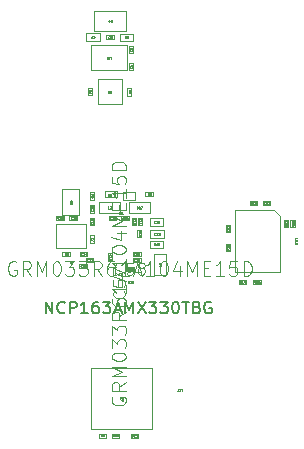
<source format=gbr>
G04 #@! TF.GenerationSoftware,KiCad,Pcbnew,(5.1.6)-1*
G04 #@! TF.CreationDate,2021-01-05T14:36:29-08:00*
G04 #@! TF.ProjectId,Miniscope-v4-Rigid-Flex,4d696e69-7363-46f7-9065-2d76342d5269,rev?*
G04 #@! TF.SameCoordinates,Original*
G04 #@! TF.FileFunction,Other,Fab,Top*
%FSLAX46Y46*%
G04 Gerber Fmt 4.6, Leading zero omitted, Abs format (unit mm)*
G04 Created by KiCad (PCBNEW (5.1.6)-1) date 2021-01-05 14:36:29*
%MOMM*%
%LPD*%
G01*
G04 APERTURE LIST*
%ADD10C,0.120000*%
%ADD11C,0.100000*%
%ADD12C,0.025400*%
%ADD13C,0.150000*%
G04 APERTURE END LIST*
D10*
X104796600Y-109427000D02*
X105876600Y-109427000D01*
X104796600Y-110107000D02*
X104796600Y-109427000D01*
X105876600Y-110107000D02*
X104796600Y-110107000D01*
X105876600Y-109427000D02*
X105876600Y-110107000D01*
X105726200Y-115801200D02*
X105726200Y-116141200D01*
X105726200Y-116141200D02*
X105086200Y-116141200D01*
X105086200Y-116141200D02*
X105086200Y-115801200D01*
X105086200Y-115801200D02*
X105726200Y-115801200D01*
X104712600Y-116870400D02*
X104712600Y-117510400D01*
X104372600Y-116870400D02*
X104712600Y-116870400D01*
X104372600Y-117510400D02*
X104372600Y-116870400D01*
X104712600Y-117510400D02*
X104372600Y-117510400D01*
X114611200Y-116868000D02*
X115251200Y-116868000D01*
X114611200Y-117208000D02*
X114611200Y-116868000D01*
X115251200Y-117208000D02*
X114611200Y-117208000D01*
X115251200Y-116868000D02*
X115251200Y-117208000D01*
X116495800Y-117208000D02*
X115855800Y-117208000D01*
X116495800Y-116868000D02*
X116495800Y-117208000D01*
X115855800Y-116868000D02*
X116495800Y-116868000D01*
X115855800Y-117208000D02*
X115855800Y-116868000D01*
X102778600Y-130227400D02*
X102778600Y-129887400D01*
X102778600Y-129887400D02*
X103418600Y-129887400D01*
X103418600Y-129887400D02*
X103418600Y-130227400D01*
X103418600Y-130227400D02*
X102778600Y-130227400D01*
X102156800Y-124368400D02*
X107316800Y-124368400D01*
X107316800Y-124368400D02*
X107316800Y-129528400D01*
X107316800Y-129528400D02*
X102156800Y-129528400D01*
X102156800Y-129528400D02*
X102156800Y-124368400D01*
X117283200Y-110203800D02*
X117283200Y-110543800D01*
X117283200Y-110543800D02*
X116643200Y-110543800D01*
X116643200Y-110543800D02*
X116643200Y-110203800D01*
X116643200Y-110203800D02*
X117283200Y-110203800D01*
X118429200Y-111783800D02*
X118769200Y-111783800D01*
X118769200Y-111783800D02*
X118769200Y-112423800D01*
X118769200Y-112423800D02*
X118429200Y-112423800D01*
X118429200Y-112423800D02*
X118429200Y-111783800D01*
X119013400Y-111783800D02*
X119353400Y-111783800D01*
X119353400Y-111783800D02*
X119353400Y-112423800D01*
X119353400Y-112423800D02*
X119013400Y-112423800D01*
X119013400Y-112423800D02*
X119013400Y-111783800D01*
X116191000Y-110203800D02*
X116191000Y-110543800D01*
X116191000Y-110543800D02*
X115551000Y-110543800D01*
X115551000Y-110543800D02*
X115551000Y-110203800D01*
X115551000Y-110203800D02*
X116191000Y-110203800D01*
X113856600Y-114455800D02*
X113516600Y-114455800D01*
X113516600Y-114455800D02*
X113516600Y-113815800D01*
X113516600Y-113815800D02*
X113856600Y-113815800D01*
X113856600Y-113815800D02*
X113856600Y-114455800D01*
X113552400Y-112215600D02*
X113892400Y-112215600D01*
X113892400Y-112215600D02*
X113892400Y-112855600D01*
X113892400Y-112855600D02*
X113552400Y-112855600D01*
X113552400Y-112855600D02*
X113552400Y-112215600D01*
D11*
X118100200Y-116188600D02*
X118100200Y-111488600D01*
X114300200Y-116188600D02*
X118100200Y-116188600D01*
X114300200Y-110988600D02*
X114300200Y-116188600D01*
X117600200Y-110988600D02*
X114300200Y-110988600D01*
X117600200Y-110988600D02*
X118100200Y-111488600D01*
D10*
X105677000Y-114864600D02*
X105677000Y-114524600D01*
X105677000Y-114524600D02*
X106317000Y-114524600D01*
X106317000Y-114524600D02*
X106317000Y-114864600D01*
X106317000Y-114864600D02*
X105677000Y-114864600D01*
X106055600Y-112622000D02*
X106395600Y-112622000D01*
X106395600Y-112622000D02*
X106395600Y-113262000D01*
X106395600Y-113262000D02*
X106055600Y-113262000D01*
X106055600Y-113262000D02*
X106055600Y-112622000D01*
X105598400Y-111606000D02*
X105938400Y-111606000D01*
X105938400Y-111606000D02*
X105938400Y-112246000D01*
X105938400Y-112246000D02*
X105598400Y-112246000D01*
X105598400Y-112246000D02*
X105598400Y-111606000D01*
X107093400Y-112306800D02*
X107093400Y-111646800D01*
X107093400Y-111646800D02*
X108253400Y-111646800D01*
X108253400Y-111646800D02*
X108253400Y-112306800D01*
X108253400Y-112306800D02*
X107093400Y-112306800D01*
X101130400Y-115906000D02*
X101130400Y-115566000D01*
X101130400Y-115566000D02*
X101770400Y-115566000D01*
X101770400Y-115566000D02*
X101770400Y-115906000D01*
X101770400Y-115906000D02*
X101130400Y-115906000D01*
X101109000Y-109220400D02*
X101109000Y-111380400D01*
X99709000Y-109220400D02*
X101109000Y-109220400D01*
X99709000Y-111380400D02*
X99709000Y-109220400D01*
X101109000Y-111380400D02*
X99709000Y-111380400D01*
X103619600Y-111842000D02*
X103619600Y-111502000D01*
X103619600Y-111502000D02*
X104259600Y-111502000D01*
X104259600Y-111502000D02*
X104259600Y-111842000D01*
X104259600Y-111842000D02*
X103619600Y-111842000D01*
X102067800Y-113104600D02*
X102407800Y-113104600D01*
X102407800Y-113104600D02*
X102407800Y-113744600D01*
X102407800Y-113744600D02*
X102067800Y-113744600D01*
X102067800Y-113744600D02*
X102067800Y-113104600D01*
X103566400Y-114628600D02*
X103906400Y-114628600D01*
X103906400Y-114628600D02*
X103906400Y-115268600D01*
X103906400Y-115268600D02*
X103566400Y-115268600D01*
X103566400Y-115268600D02*
X103566400Y-114628600D01*
X106081000Y-111606000D02*
X106421000Y-111606000D01*
X106421000Y-111606000D02*
X106421000Y-112246000D01*
X106421000Y-112246000D02*
X106081000Y-112246000D01*
X106081000Y-112246000D02*
X106081000Y-111606000D01*
X102067800Y-109447000D02*
X102407800Y-109447000D01*
X102407800Y-109447000D02*
X102407800Y-110087000D01*
X102407800Y-110087000D02*
X102067800Y-110087000D01*
X102067800Y-110087000D02*
X102067800Y-109447000D01*
X102407800Y-112271400D02*
X102067800Y-112271400D01*
X102067800Y-112271400D02*
X102067800Y-111631400D01*
X102067800Y-111631400D02*
X102407800Y-111631400D01*
X102407800Y-111631400D02*
X102407800Y-112271400D01*
X101663800Y-115347200D02*
X101663800Y-115007200D01*
X101663800Y-115007200D02*
X102303800Y-115007200D01*
X102303800Y-115007200D02*
X102303800Y-115347200D01*
X102303800Y-115347200D02*
X101663800Y-115347200D01*
X102407800Y-111179200D02*
X102067800Y-111179200D01*
X102067800Y-111179200D02*
X102067800Y-110539200D01*
X102067800Y-110539200D02*
X102407800Y-110539200D01*
X102407800Y-110539200D02*
X102407800Y-111179200D01*
X105677000Y-115372600D02*
X105677000Y-115032600D01*
X105677000Y-115032600D02*
X106317000Y-115032600D01*
X106317000Y-115032600D02*
X106317000Y-115372600D01*
X106317000Y-115372600D02*
X105677000Y-115372600D01*
X100292200Y-111791200D02*
X100292200Y-111451200D01*
X100292200Y-111451200D02*
X100932200Y-111451200D01*
X100932200Y-111451200D02*
X100932200Y-111791200D01*
X100932200Y-111791200D02*
X100292200Y-111791200D01*
X105326400Y-111502000D02*
X105326400Y-111842000D01*
X105326400Y-111842000D02*
X104686400Y-111842000D01*
X104686400Y-111842000D02*
X104686400Y-111502000D01*
X104686400Y-111502000D02*
X105326400Y-111502000D01*
X108253400Y-114211800D02*
X107093400Y-114211800D01*
X108253400Y-113551800D02*
X108253400Y-114211800D01*
X107093400Y-113551800D02*
X108253400Y-113551800D01*
X107093400Y-114211800D02*
X107093400Y-113551800D01*
X101176800Y-114839200D02*
X101176800Y-114499200D01*
X101176800Y-114499200D02*
X101816800Y-114499200D01*
X101816800Y-114499200D02*
X101816800Y-114839200D01*
X101816800Y-114839200D02*
X101176800Y-114839200D01*
X99154400Y-114200600D02*
X99154400Y-112140600D01*
X99154400Y-112140600D02*
X101714400Y-112140600D01*
X101714400Y-112140600D02*
X101714400Y-114200600D01*
X101714400Y-114200600D02*
X99154400Y-114200600D01*
X106718400Y-109810000D02*
X106718400Y-109470000D01*
X106718400Y-109470000D02*
X107358400Y-109470000D01*
X107358400Y-109470000D02*
X107358400Y-109810000D01*
X107358400Y-109810000D02*
X106718400Y-109810000D01*
X103870800Y-130227400D02*
X103870800Y-129887400D01*
X103870800Y-129887400D02*
X104510800Y-129887400D01*
X104510800Y-129887400D02*
X104510800Y-130227400D01*
X104510800Y-130227400D02*
X103870800Y-130227400D01*
X106107200Y-129890200D02*
X106107200Y-130230200D01*
X106107200Y-130230200D02*
X105467200Y-130230200D01*
X105467200Y-130230200D02*
X105467200Y-129890200D01*
X105467200Y-129890200D02*
X106107200Y-129890200D01*
X99814600Y-111791200D02*
X99174600Y-111791200D01*
X99814600Y-111451200D02*
X99814600Y-111791200D01*
X99174600Y-111451200D02*
X99814600Y-111451200D01*
X99174600Y-111791200D02*
X99174600Y-111451200D01*
X102811000Y-111257600D02*
X102811000Y-110257600D01*
X102811000Y-110257600D02*
X104611000Y-110257600D01*
X104611000Y-110257600D02*
X104611000Y-111257600D01*
X104611000Y-111257600D02*
X102811000Y-111257600D01*
X108497000Y-114653600D02*
X108497000Y-116453600D01*
X107497000Y-114653600D02*
X108497000Y-114653600D01*
X107497000Y-116453600D02*
X107497000Y-114653600D01*
X108497000Y-116453600D02*
X107497000Y-116453600D01*
X107080200Y-111237600D02*
X105320200Y-111237600D01*
X107080200Y-110277600D02*
X107080200Y-111237600D01*
X105320200Y-110277600D02*
X107080200Y-110277600D01*
X105320200Y-111237600D02*
X105320200Y-110277600D01*
X107118800Y-113322800D02*
X107118800Y-112662800D01*
X107118800Y-112662800D02*
X108278800Y-112662800D01*
X108278800Y-112662800D02*
X108278800Y-113322800D01*
X108278800Y-113322800D02*
X107118800Y-113322800D01*
X99708000Y-114864600D02*
X99708000Y-114524600D01*
X99708000Y-114524600D02*
X100348000Y-114524600D01*
X100348000Y-114524600D02*
X100348000Y-114864600D01*
X100348000Y-114864600D02*
X99708000Y-114864600D01*
D11*
X104287200Y-109353800D02*
X104287200Y-109853800D01*
X104287200Y-109853800D02*
X103287200Y-109853800D01*
X103287200Y-109853800D02*
X103287200Y-109353800D01*
X103287200Y-109353800D02*
X104287200Y-109353800D01*
X104187200Y-109353800D02*
X104187200Y-109853800D01*
X104087200Y-109353800D02*
X104087200Y-109853800D01*
D10*
X102223400Y-101245000D02*
X101883400Y-101245000D01*
X101883400Y-101245000D02*
X101883400Y-100605000D01*
X101883400Y-100605000D02*
X102223400Y-100605000D01*
X102223400Y-100605000D02*
X102223400Y-101245000D01*
X102681000Y-99905800D02*
X104741000Y-99905800D01*
X102681000Y-101965800D02*
X102681000Y-99905800D01*
X104741000Y-101965800D02*
X102681000Y-101965800D01*
X104741000Y-99905800D02*
X104741000Y-101965800D01*
X105203600Y-97030200D02*
X105203600Y-99130200D01*
X105203600Y-99130200D02*
X102103600Y-99130200D01*
X102103600Y-99130200D02*
X102103600Y-97030200D01*
X102103600Y-97030200D02*
X105203600Y-97030200D01*
X105703200Y-99136800D02*
X105363200Y-99136800D01*
X105363200Y-99136800D02*
X105363200Y-98496800D01*
X105363200Y-98496800D02*
X105703200Y-98496800D01*
X105703200Y-98496800D02*
X105703200Y-99136800D01*
X105703200Y-97689000D02*
X105363200Y-97689000D01*
X105363200Y-97689000D02*
X105363200Y-97049000D01*
X105363200Y-97049000D02*
X105703200Y-97049000D01*
X105703200Y-97049000D02*
X105703200Y-97689000D01*
X105210800Y-100630400D02*
X105550800Y-100630400D01*
X105550800Y-100630400D02*
X105550800Y-101270400D01*
X105550800Y-101270400D02*
X105210800Y-101270400D01*
X105210800Y-101270400D02*
X105210800Y-100630400D01*
X104559000Y-96683000D02*
X104559000Y-96023000D01*
X104559000Y-96023000D02*
X105719000Y-96023000D01*
X105719000Y-96023000D02*
X105719000Y-96683000D01*
X105719000Y-96683000D02*
X104559000Y-96683000D01*
X103409800Y-96497600D02*
X103409800Y-96157600D01*
X103409800Y-96157600D02*
X104049800Y-96157600D01*
X104049800Y-96157600D02*
X104049800Y-96497600D01*
X104049800Y-96497600D02*
X103409800Y-96497600D01*
X102415200Y-94116000D02*
X105095200Y-94116000D01*
X102415200Y-95796000D02*
X102415200Y-94116000D01*
X105095200Y-95796000D02*
X102415200Y-95796000D01*
X105095200Y-94116000D02*
X105095200Y-95796000D01*
X102862000Y-95997600D02*
X102862000Y-96657600D01*
X102862000Y-96657600D02*
X101702000Y-96657600D01*
X101702000Y-96657600D02*
X101702000Y-95997600D01*
X101702000Y-95997600D02*
X102862000Y-95997600D01*
D12*
X104644666Y-111339366D02*
X104627733Y-111330900D01*
X104610800Y-111313966D01*
X104585400Y-111288566D01*
X104568466Y-111280100D01*
X104551533Y-111280100D01*
X104560000Y-111322433D02*
X104543066Y-111313966D01*
X104526133Y-111297033D01*
X104517666Y-111263166D01*
X104517666Y-111203900D01*
X104526133Y-111170033D01*
X104543066Y-111153100D01*
X104560000Y-111144633D01*
X104593866Y-111144633D01*
X104610800Y-111153100D01*
X104627733Y-111170033D01*
X104636200Y-111203900D01*
X104636200Y-111263166D01*
X104627733Y-111297033D01*
X104610800Y-111313966D01*
X104593866Y-111322433D01*
X104560000Y-111322433D01*
X104805533Y-111322433D02*
X104703933Y-111322433D01*
X104754733Y-111322433D02*
X104754733Y-111144633D01*
X104737800Y-111170033D01*
X104720866Y-111186966D01*
X104703933Y-111195433D01*
X105240066Y-116940032D02*
X105240066Y-117083965D01*
X105248533Y-117100899D01*
X105257000Y-117109365D01*
X105273933Y-117117832D01*
X105307800Y-117117832D01*
X105324733Y-117109365D01*
X105333200Y-117100899D01*
X105341666Y-117083965D01*
X105341666Y-116940032D01*
X105519466Y-117117832D02*
X105417866Y-117117832D01*
X105468666Y-117117832D02*
X105468666Y-116940032D01*
X105451733Y-116965432D01*
X105434800Y-116982365D01*
X105417866Y-116990832D01*
X105629533Y-116940032D02*
X105646466Y-116940032D01*
X105663400Y-116948499D01*
X105671866Y-116956965D01*
X105680333Y-116973899D01*
X105688800Y-117007765D01*
X105688800Y-117050099D01*
X105680333Y-117083965D01*
X105671866Y-117100899D01*
X105663400Y-117109365D01*
X105646466Y-117117832D01*
X105629533Y-117117832D01*
X105612600Y-117109365D01*
X105604133Y-117100899D01*
X105595666Y-117083965D01*
X105587200Y-117050099D01*
X105587200Y-117007765D01*
X105595666Y-116973899D01*
X105604133Y-116956965D01*
X105612600Y-116948499D01*
X105629533Y-116940032D01*
D13*
X98281600Y-119714980D02*
X98281600Y-118714980D01*
X98853028Y-119714980D01*
X98853028Y-118714980D01*
X99900647Y-119619742D02*
X99853028Y-119667361D01*
X99710171Y-119714980D01*
X99614933Y-119714980D01*
X99472076Y-119667361D01*
X99376838Y-119572123D01*
X99329219Y-119476885D01*
X99281600Y-119286409D01*
X99281600Y-119143552D01*
X99329219Y-118953076D01*
X99376838Y-118857838D01*
X99472076Y-118762600D01*
X99614933Y-118714980D01*
X99710171Y-118714980D01*
X99853028Y-118762600D01*
X99900647Y-118810219D01*
X100329219Y-119714980D02*
X100329219Y-118714980D01*
X100710171Y-118714980D01*
X100805409Y-118762600D01*
X100853028Y-118810219D01*
X100900647Y-118905457D01*
X100900647Y-119048314D01*
X100853028Y-119143552D01*
X100805409Y-119191171D01*
X100710171Y-119238790D01*
X100329219Y-119238790D01*
X101853028Y-119714980D02*
X101281600Y-119714980D01*
X101567314Y-119714980D02*
X101567314Y-118714980D01*
X101472076Y-118857838D01*
X101376838Y-118953076D01*
X101281600Y-119000695D01*
X102710171Y-118714980D02*
X102519695Y-118714980D01*
X102424457Y-118762600D01*
X102376838Y-118810219D01*
X102281600Y-118953076D01*
X102233980Y-119143552D01*
X102233980Y-119524504D01*
X102281600Y-119619742D01*
X102329219Y-119667361D01*
X102424457Y-119714980D01*
X102614933Y-119714980D01*
X102710171Y-119667361D01*
X102757790Y-119619742D01*
X102805409Y-119524504D01*
X102805409Y-119286409D01*
X102757790Y-119191171D01*
X102710171Y-119143552D01*
X102614933Y-119095933D01*
X102424457Y-119095933D01*
X102329219Y-119143552D01*
X102281600Y-119191171D01*
X102233980Y-119286409D01*
X103138742Y-118714980D02*
X103757790Y-118714980D01*
X103424457Y-119095933D01*
X103567314Y-119095933D01*
X103662552Y-119143552D01*
X103710171Y-119191171D01*
X103757790Y-119286409D01*
X103757790Y-119524504D01*
X103710171Y-119619742D01*
X103662552Y-119667361D01*
X103567314Y-119714980D01*
X103281600Y-119714980D01*
X103186361Y-119667361D01*
X103138742Y-119619742D01*
X104138742Y-119429266D02*
X104614933Y-119429266D01*
X104043504Y-119714980D02*
X104376838Y-118714980D01*
X104710171Y-119714980D01*
X105043504Y-119714980D02*
X105043504Y-118714980D01*
X105376838Y-119429266D01*
X105710171Y-118714980D01*
X105710171Y-119714980D01*
X106091123Y-118714980D02*
X106757790Y-119714980D01*
X106757790Y-118714980D02*
X106091123Y-119714980D01*
X107043504Y-118714980D02*
X107662552Y-118714980D01*
X107329219Y-119095933D01*
X107472076Y-119095933D01*
X107567314Y-119143552D01*
X107614933Y-119191171D01*
X107662552Y-119286409D01*
X107662552Y-119524504D01*
X107614933Y-119619742D01*
X107567314Y-119667361D01*
X107472076Y-119714980D01*
X107186361Y-119714980D01*
X107091123Y-119667361D01*
X107043504Y-119619742D01*
X107995885Y-118714980D02*
X108614933Y-118714980D01*
X108281600Y-119095933D01*
X108424457Y-119095933D01*
X108519695Y-119143552D01*
X108567314Y-119191171D01*
X108614933Y-119286409D01*
X108614933Y-119524504D01*
X108567314Y-119619742D01*
X108519695Y-119667361D01*
X108424457Y-119714980D01*
X108138742Y-119714980D01*
X108043504Y-119667361D01*
X107995885Y-119619742D01*
X109233980Y-118714980D02*
X109329219Y-118714980D01*
X109424457Y-118762600D01*
X109472076Y-118810219D01*
X109519695Y-118905457D01*
X109567314Y-119095933D01*
X109567314Y-119334028D01*
X109519695Y-119524504D01*
X109472076Y-119619742D01*
X109424457Y-119667361D01*
X109329219Y-119714980D01*
X109233980Y-119714980D01*
X109138742Y-119667361D01*
X109091123Y-119619742D01*
X109043504Y-119524504D01*
X108995885Y-119334028D01*
X108995885Y-119095933D01*
X109043504Y-118905457D01*
X109091123Y-118810219D01*
X109138742Y-118762600D01*
X109233980Y-118714980D01*
X109853028Y-118714980D02*
X110424457Y-118714980D01*
X110138742Y-119714980D02*
X110138742Y-118714980D01*
X111091123Y-119191171D02*
X111233980Y-119238790D01*
X111281600Y-119286409D01*
X111329219Y-119381647D01*
X111329219Y-119524504D01*
X111281600Y-119619742D01*
X111233980Y-119667361D01*
X111138742Y-119714980D01*
X110757790Y-119714980D01*
X110757790Y-118714980D01*
X111091123Y-118714980D01*
X111186361Y-118762600D01*
X111233980Y-118810219D01*
X111281600Y-118905457D01*
X111281600Y-119000695D01*
X111233980Y-119095933D01*
X111186361Y-119143552D01*
X111091123Y-119191171D01*
X110757790Y-119191171D01*
X112281600Y-118762600D02*
X112186361Y-118714980D01*
X112043504Y-118714980D01*
X111900647Y-118762600D01*
X111805409Y-118857838D01*
X111757790Y-118953076D01*
X111710171Y-119143552D01*
X111710171Y-119286409D01*
X111757790Y-119476885D01*
X111805409Y-119572123D01*
X111900647Y-119667361D01*
X112043504Y-119714980D01*
X112138742Y-119714980D01*
X112281600Y-119667361D01*
X112329219Y-119619742D01*
X112329219Y-119286409D01*
X112138742Y-119286409D01*
D11*
X104763342Y-116328342D02*
X104715723Y-116375961D01*
X104572866Y-116423580D01*
X104477628Y-116423580D01*
X104334771Y-116375961D01*
X104239533Y-116280723D01*
X104191914Y-116185485D01*
X104144295Y-115995009D01*
X104144295Y-115852152D01*
X104191914Y-115661676D01*
X104239533Y-115566438D01*
X104334771Y-115471200D01*
X104477628Y-115423580D01*
X104572866Y-115423580D01*
X104715723Y-115471200D01*
X104763342Y-115518819D01*
X105668104Y-115423580D02*
X105191914Y-115423580D01*
X105144295Y-115899771D01*
X105191914Y-115852152D01*
X105287152Y-115804533D01*
X105525247Y-115804533D01*
X105620485Y-115852152D01*
X105668104Y-115899771D01*
X105715723Y-115995009D01*
X105715723Y-116233104D01*
X105668104Y-116328342D01*
X105620485Y-116375961D01*
X105525247Y-116423580D01*
X105287152Y-116423580D01*
X105191914Y-116375961D01*
X105144295Y-116328342D01*
X106287152Y-115852152D02*
X106191914Y-115804533D01*
X106144295Y-115756914D01*
X106096676Y-115661676D01*
X106096676Y-115614057D01*
X106144295Y-115518819D01*
X106191914Y-115471200D01*
X106287152Y-115423580D01*
X106477628Y-115423580D01*
X106572866Y-115471200D01*
X106620485Y-115518819D01*
X106668104Y-115614057D01*
X106668104Y-115661676D01*
X106620485Y-115756914D01*
X106572866Y-115804533D01*
X106477628Y-115852152D01*
X106287152Y-115852152D01*
X106191914Y-115899771D01*
X106144295Y-115947390D01*
X106096676Y-116042628D01*
X106096676Y-116233104D01*
X106144295Y-116328342D01*
X106191914Y-116375961D01*
X106287152Y-116423580D01*
X106477628Y-116423580D01*
X106572866Y-116375961D01*
X106620485Y-116328342D01*
X106668104Y-116233104D01*
X106668104Y-116042628D01*
X106620485Y-115947390D01*
X106572866Y-115899771D01*
X106477628Y-115852152D01*
D10*
X95777628Y-115371200D02*
X95663342Y-115314057D01*
X95491914Y-115314057D01*
X95320485Y-115371200D01*
X95206200Y-115485485D01*
X95149057Y-115599771D01*
X95091914Y-115828342D01*
X95091914Y-115999771D01*
X95149057Y-116228342D01*
X95206200Y-116342628D01*
X95320485Y-116456914D01*
X95491914Y-116514057D01*
X95606200Y-116514057D01*
X95777628Y-116456914D01*
X95834771Y-116399771D01*
X95834771Y-115999771D01*
X95606200Y-115999771D01*
X97034771Y-116514057D02*
X96634771Y-115942628D01*
X96349057Y-116514057D02*
X96349057Y-115314057D01*
X96806200Y-115314057D01*
X96920485Y-115371200D01*
X96977628Y-115428342D01*
X97034771Y-115542628D01*
X97034771Y-115714057D01*
X96977628Y-115828342D01*
X96920485Y-115885485D01*
X96806200Y-115942628D01*
X96349057Y-115942628D01*
X97549057Y-116514057D02*
X97549057Y-115314057D01*
X97949057Y-116171200D01*
X98349057Y-115314057D01*
X98349057Y-116514057D01*
X99149057Y-115314057D02*
X99263342Y-115314057D01*
X99377628Y-115371200D01*
X99434771Y-115428342D01*
X99491914Y-115542628D01*
X99549057Y-115771200D01*
X99549057Y-116056914D01*
X99491914Y-116285485D01*
X99434771Y-116399771D01*
X99377628Y-116456914D01*
X99263342Y-116514057D01*
X99149057Y-116514057D01*
X99034771Y-116456914D01*
X98977628Y-116399771D01*
X98920485Y-116285485D01*
X98863342Y-116056914D01*
X98863342Y-115771200D01*
X98920485Y-115542628D01*
X98977628Y-115428342D01*
X99034771Y-115371200D01*
X99149057Y-115314057D01*
X99949057Y-115314057D02*
X100691914Y-115314057D01*
X100291914Y-115771200D01*
X100463342Y-115771200D01*
X100577628Y-115828342D01*
X100634771Y-115885485D01*
X100691914Y-115999771D01*
X100691914Y-116285485D01*
X100634771Y-116399771D01*
X100577628Y-116456914D01*
X100463342Y-116514057D01*
X100120485Y-116514057D01*
X100006200Y-116456914D01*
X99949057Y-116399771D01*
X101091914Y-115314057D02*
X101834771Y-115314057D01*
X101434771Y-115771200D01*
X101606200Y-115771200D01*
X101720485Y-115828342D01*
X101777628Y-115885485D01*
X101834771Y-115999771D01*
X101834771Y-116285485D01*
X101777628Y-116399771D01*
X101720485Y-116456914D01*
X101606200Y-116514057D01*
X101263342Y-116514057D01*
X101149057Y-116456914D01*
X101091914Y-116399771D01*
X103034771Y-116514057D02*
X102634771Y-115942628D01*
X102349057Y-116514057D02*
X102349057Y-115314057D01*
X102806200Y-115314057D01*
X102920485Y-115371200D01*
X102977628Y-115428342D01*
X103034771Y-115542628D01*
X103034771Y-115714057D01*
X102977628Y-115828342D01*
X102920485Y-115885485D01*
X102806200Y-115942628D01*
X102349057Y-115942628D01*
X104063342Y-115314057D02*
X103834771Y-115314057D01*
X103720485Y-115371200D01*
X103663342Y-115428342D01*
X103549057Y-115599771D01*
X103491914Y-115828342D01*
X103491914Y-116285485D01*
X103549057Y-116399771D01*
X103606200Y-116456914D01*
X103720485Y-116514057D01*
X103949057Y-116514057D01*
X104063342Y-116456914D01*
X104120485Y-116399771D01*
X104177628Y-116285485D01*
X104177628Y-115999771D01*
X104120485Y-115885485D01*
X104063342Y-115828342D01*
X103949057Y-115771200D01*
X103720485Y-115771200D01*
X103606200Y-115828342D01*
X103549057Y-115885485D01*
X103491914Y-115999771D01*
X105320485Y-116514057D02*
X104634771Y-116514057D01*
X104977628Y-116514057D02*
X104977628Y-115314057D01*
X104863342Y-115485485D01*
X104749057Y-115599771D01*
X104634771Y-115656914D01*
X105777628Y-116171200D02*
X106349057Y-116171200D01*
X105663342Y-116514057D02*
X106063342Y-115314057D01*
X106463342Y-116514057D01*
X107491914Y-116514057D02*
X106806200Y-116514057D01*
X107149057Y-116514057D02*
X107149057Y-115314057D01*
X107034771Y-115485485D01*
X106920485Y-115599771D01*
X106806200Y-115656914D01*
X108234771Y-115314057D02*
X108349057Y-115314057D01*
X108463342Y-115371200D01*
X108520485Y-115428342D01*
X108577628Y-115542628D01*
X108634771Y-115771200D01*
X108634771Y-116056914D01*
X108577628Y-116285485D01*
X108520485Y-116399771D01*
X108463342Y-116456914D01*
X108349057Y-116514057D01*
X108234771Y-116514057D01*
X108120485Y-116456914D01*
X108063342Y-116399771D01*
X108006199Y-116285485D01*
X107949057Y-116056914D01*
X107949057Y-115771200D01*
X108006199Y-115542628D01*
X108063342Y-115428342D01*
X108120485Y-115371200D01*
X108234771Y-115314057D01*
X109663342Y-115714057D02*
X109663342Y-116514057D01*
X109377628Y-115256914D02*
X109091914Y-116114057D01*
X109834771Y-116114057D01*
X110291914Y-116514057D02*
X110291914Y-115314057D01*
X110691914Y-116171200D01*
X111091914Y-115314057D01*
X111091914Y-116514057D01*
X111663342Y-115885485D02*
X112063342Y-115885485D01*
X112234771Y-116514057D02*
X111663342Y-116514057D01*
X111663342Y-115314057D01*
X112234771Y-115314057D01*
X113377628Y-116514057D02*
X112691914Y-116514057D01*
X113034771Y-116514057D02*
X113034771Y-115314057D01*
X112920485Y-115485485D01*
X112806199Y-115599771D01*
X112691914Y-115656914D01*
X114463342Y-115314057D02*
X113891914Y-115314057D01*
X113834771Y-115885485D01*
X113891914Y-115828342D01*
X114006199Y-115771200D01*
X114291914Y-115771200D01*
X114406199Y-115828342D01*
X114463342Y-115885485D01*
X114520485Y-115999771D01*
X114520485Y-116285485D01*
X114463342Y-116399771D01*
X114406199Y-116456914D01*
X114291914Y-116514057D01*
X114006199Y-116514057D01*
X113891914Y-116456914D01*
X113834771Y-116399771D01*
X115034771Y-116514057D02*
X115034771Y-115314057D01*
X115320485Y-115314057D01*
X115491914Y-115371200D01*
X115606199Y-115485485D01*
X115663342Y-115599771D01*
X115720485Y-115828342D01*
X115720485Y-115999771D01*
X115663342Y-116228342D01*
X115606199Y-116342628D01*
X115491914Y-116456914D01*
X115320485Y-116514057D01*
X115034771Y-116514057D01*
D12*
X105291900Y-116034700D02*
X105283433Y-116043166D01*
X105258033Y-116051633D01*
X105241100Y-116051633D01*
X105215700Y-116043166D01*
X105198766Y-116026233D01*
X105190300Y-116009300D01*
X105181833Y-115975433D01*
X105181833Y-115950033D01*
X105190300Y-115916166D01*
X105198766Y-115899233D01*
X105215700Y-115882300D01*
X105241100Y-115873833D01*
X105258033Y-115873833D01*
X105283433Y-115882300D01*
X105291900Y-115890766D01*
X105452766Y-115873833D02*
X105368100Y-115873833D01*
X105359633Y-115958500D01*
X105368100Y-115950033D01*
X105385033Y-115941566D01*
X105427366Y-115941566D01*
X105444300Y-115950033D01*
X105452766Y-115958500D01*
X105461233Y-115975433D01*
X105461233Y-116017766D01*
X105452766Y-116034700D01*
X105444300Y-116043166D01*
X105427366Y-116051633D01*
X105385033Y-116051633D01*
X105368100Y-116043166D01*
X105359633Y-116034700D01*
X105562833Y-115950033D02*
X105545900Y-115941566D01*
X105537433Y-115933100D01*
X105528966Y-115916166D01*
X105528966Y-115907700D01*
X105537433Y-115890766D01*
X105545900Y-115882300D01*
X105562833Y-115873833D01*
X105596700Y-115873833D01*
X105613633Y-115882300D01*
X105622100Y-115890766D01*
X105630566Y-115907700D01*
X105630566Y-115916166D01*
X105622100Y-115933100D01*
X105613633Y-115941566D01*
X105596700Y-115950033D01*
X105562833Y-115950033D01*
X105545900Y-115958500D01*
X105537433Y-115966966D01*
X105528966Y-115983900D01*
X105528966Y-116017766D01*
X105537433Y-116034700D01*
X105545900Y-116043166D01*
X105562833Y-116051633D01*
X105596700Y-116051633D01*
X105613633Y-116043166D01*
X105622100Y-116034700D01*
X105630566Y-116017766D01*
X105630566Y-115983900D01*
X105622100Y-115966966D01*
X105613633Y-115958500D01*
X105596700Y-115950033D01*
D11*
X104899742Y-117833257D02*
X104947361Y-117880876D01*
X104994980Y-118023733D01*
X104994980Y-118118971D01*
X104947361Y-118261828D01*
X104852123Y-118357066D01*
X104756885Y-118404685D01*
X104566409Y-118452304D01*
X104423552Y-118452304D01*
X104233076Y-118404685D01*
X104137838Y-118357066D01*
X104042600Y-118261828D01*
X103994980Y-118118971D01*
X103994980Y-118023733D01*
X104042600Y-117880876D01*
X104090219Y-117833257D01*
X103994980Y-116928495D02*
X103994980Y-117404685D01*
X104471171Y-117452304D01*
X104423552Y-117404685D01*
X104375933Y-117309447D01*
X104375933Y-117071352D01*
X104423552Y-116976114D01*
X104471171Y-116928495D01*
X104566409Y-116880876D01*
X104804504Y-116880876D01*
X104899742Y-116928495D01*
X104947361Y-116976114D01*
X104994980Y-117071352D01*
X104994980Y-117309447D01*
X104947361Y-117404685D01*
X104899742Y-117452304D01*
X103994980Y-116547542D02*
X103994980Y-115880876D01*
X104994980Y-116309447D01*
D10*
X103942600Y-126818971D02*
X103885457Y-126933257D01*
X103885457Y-127104685D01*
X103942600Y-127276114D01*
X104056885Y-127390400D01*
X104171171Y-127447542D01*
X104399742Y-127504685D01*
X104571171Y-127504685D01*
X104799742Y-127447542D01*
X104914028Y-127390400D01*
X105028314Y-127276114D01*
X105085457Y-127104685D01*
X105085457Y-126990400D01*
X105028314Y-126818971D01*
X104971171Y-126761828D01*
X104571171Y-126761828D01*
X104571171Y-126990400D01*
X105085457Y-125561828D02*
X104514028Y-125961828D01*
X105085457Y-126247542D02*
X103885457Y-126247542D01*
X103885457Y-125790400D01*
X103942600Y-125676114D01*
X103999742Y-125618971D01*
X104114028Y-125561828D01*
X104285457Y-125561828D01*
X104399742Y-125618971D01*
X104456885Y-125676114D01*
X104514028Y-125790400D01*
X104514028Y-126247542D01*
X105085457Y-125047542D02*
X103885457Y-125047542D01*
X104742600Y-124647542D01*
X103885457Y-124247542D01*
X105085457Y-124247542D01*
X103885457Y-123447542D02*
X103885457Y-123333257D01*
X103942600Y-123218971D01*
X103999742Y-123161828D01*
X104114028Y-123104685D01*
X104342600Y-123047542D01*
X104628314Y-123047542D01*
X104856885Y-123104685D01*
X104971171Y-123161828D01*
X105028314Y-123218971D01*
X105085457Y-123333257D01*
X105085457Y-123447542D01*
X105028314Y-123561828D01*
X104971171Y-123618971D01*
X104856885Y-123676114D01*
X104628314Y-123733257D01*
X104342600Y-123733257D01*
X104114028Y-123676114D01*
X103999742Y-123618971D01*
X103942600Y-123561828D01*
X103885457Y-123447542D01*
X103885457Y-122647542D02*
X103885457Y-121904685D01*
X104342600Y-122304685D01*
X104342600Y-122133257D01*
X104399742Y-122018971D01*
X104456885Y-121961828D01*
X104571171Y-121904685D01*
X104856885Y-121904685D01*
X104971171Y-121961828D01*
X105028314Y-122018971D01*
X105085457Y-122133257D01*
X105085457Y-122476114D01*
X105028314Y-122590400D01*
X104971171Y-122647542D01*
X103885457Y-121504685D02*
X103885457Y-120761828D01*
X104342600Y-121161828D01*
X104342600Y-120990400D01*
X104399742Y-120876114D01*
X104456885Y-120818971D01*
X104571171Y-120761828D01*
X104856885Y-120761828D01*
X104971171Y-120818971D01*
X105028314Y-120876114D01*
X105085457Y-120990400D01*
X105085457Y-121333257D01*
X105028314Y-121447542D01*
X104971171Y-121504685D01*
X105085457Y-119561828D02*
X104514028Y-119961828D01*
X105085457Y-120247542D02*
X103885457Y-120247542D01*
X103885457Y-119790400D01*
X103942600Y-119676114D01*
X103999742Y-119618971D01*
X104114028Y-119561828D01*
X104285457Y-119561828D01*
X104399742Y-119618971D01*
X104456885Y-119676114D01*
X104514028Y-119790400D01*
X104514028Y-120247542D01*
X103885457Y-118533257D02*
X103885457Y-118761828D01*
X103942600Y-118876114D01*
X103999742Y-118933257D01*
X104171171Y-119047542D01*
X104399742Y-119104685D01*
X104856885Y-119104685D01*
X104971171Y-119047542D01*
X105028314Y-118990400D01*
X105085457Y-118876114D01*
X105085457Y-118647542D01*
X105028314Y-118533257D01*
X104971171Y-118476114D01*
X104856885Y-118418971D01*
X104571171Y-118418971D01*
X104456885Y-118476114D01*
X104399742Y-118533257D01*
X104342600Y-118647542D01*
X104342600Y-118876114D01*
X104399742Y-118990400D01*
X104456885Y-119047542D01*
X104571171Y-119104685D01*
X105085457Y-117276114D02*
X105085457Y-117961828D01*
X105085457Y-117618971D02*
X103885457Y-117618971D01*
X104056885Y-117733257D01*
X104171171Y-117847542D01*
X104228314Y-117961828D01*
X104742600Y-116818971D02*
X104742600Y-116247542D01*
X105085457Y-116933257D02*
X103885457Y-116533257D01*
X105085457Y-116133257D01*
X105085457Y-115104685D02*
X105085457Y-115790400D01*
X105085457Y-115447542D02*
X103885457Y-115447542D01*
X104056885Y-115561828D01*
X104171171Y-115676114D01*
X104228314Y-115790400D01*
X103885457Y-114361828D02*
X103885457Y-114247542D01*
X103942600Y-114133257D01*
X103999742Y-114076114D01*
X104114028Y-114018971D01*
X104342600Y-113961828D01*
X104628314Y-113961828D01*
X104856885Y-114018971D01*
X104971171Y-114076114D01*
X105028314Y-114133257D01*
X105085457Y-114247542D01*
X105085457Y-114361828D01*
X105028314Y-114476114D01*
X104971171Y-114533257D01*
X104856885Y-114590400D01*
X104628314Y-114647542D01*
X104342600Y-114647542D01*
X104114028Y-114590400D01*
X103999742Y-114533257D01*
X103942600Y-114476114D01*
X103885457Y-114361828D01*
X104285457Y-112933257D02*
X105085457Y-112933257D01*
X103828314Y-113218971D02*
X104685457Y-113504685D01*
X104685457Y-112761828D01*
X105085457Y-112304685D02*
X103885457Y-112304685D01*
X104742600Y-111904685D01*
X103885457Y-111504685D01*
X105085457Y-111504685D01*
X104456885Y-110933257D02*
X104456885Y-110533257D01*
X105085457Y-110361828D02*
X105085457Y-110933257D01*
X103885457Y-110933257D01*
X103885457Y-110361828D01*
X105085457Y-109218971D02*
X105085457Y-109904685D01*
X105085457Y-109561828D02*
X103885457Y-109561828D01*
X104056885Y-109676114D01*
X104171171Y-109790400D01*
X104228314Y-109904685D01*
X103885457Y-108133257D02*
X103885457Y-108704685D01*
X104456885Y-108761828D01*
X104399742Y-108704685D01*
X104342600Y-108590400D01*
X104342600Y-108304685D01*
X104399742Y-108190400D01*
X104456885Y-108133257D01*
X104571171Y-108076114D01*
X104856885Y-108076114D01*
X104971171Y-108133257D01*
X105028314Y-108190400D01*
X105085457Y-108304685D01*
X105085457Y-108590400D01*
X105028314Y-108704685D01*
X104971171Y-108761828D01*
X105085457Y-107561828D02*
X103885457Y-107561828D01*
X103885457Y-107276114D01*
X103942600Y-107104685D01*
X104056885Y-106990400D01*
X104171171Y-106933257D01*
X104399742Y-106876114D01*
X104571171Y-106876114D01*
X104799742Y-106933257D01*
X104914028Y-106990400D01*
X105028314Y-107104685D01*
X105085457Y-107276114D01*
X105085457Y-107561828D01*
D12*
X105418900Y-116136300D02*
X105427366Y-116144766D01*
X105435833Y-116170166D01*
X105435833Y-116187100D01*
X105427366Y-116212500D01*
X105410433Y-116229433D01*
X105393500Y-116237900D01*
X105359633Y-116246366D01*
X105334233Y-116246366D01*
X105300366Y-116237900D01*
X105283433Y-116229433D01*
X105266500Y-116212500D01*
X105258033Y-116187100D01*
X105258033Y-116170166D01*
X105266500Y-116144766D01*
X105274966Y-116136300D01*
X105258033Y-115975433D02*
X105258033Y-116060100D01*
X105342700Y-116068566D01*
X105334233Y-116060100D01*
X105325766Y-116043166D01*
X105325766Y-116000833D01*
X105334233Y-115983900D01*
X105342700Y-115975433D01*
X105359633Y-115966966D01*
X105401966Y-115966966D01*
X105418900Y-115975433D01*
X105427366Y-115983900D01*
X105435833Y-116000833D01*
X105435833Y-116043166D01*
X105427366Y-116060100D01*
X105418900Y-116068566D01*
X105258033Y-115907700D02*
X105258033Y-115789166D01*
X105435833Y-115865366D01*
X114816900Y-117118433D02*
X114757633Y-117033766D01*
X114715300Y-117118433D02*
X114715300Y-116940633D01*
X114783033Y-116940633D01*
X114799966Y-116949100D01*
X114808433Y-116957566D01*
X114816900Y-116974500D01*
X114816900Y-116999900D01*
X114808433Y-117016833D01*
X114799966Y-117025300D01*
X114783033Y-117033766D01*
X114715300Y-117033766D01*
X114986233Y-117118433D02*
X114884633Y-117118433D01*
X114935433Y-117118433D02*
X114935433Y-116940633D01*
X114918500Y-116966033D01*
X114901566Y-116982966D01*
X114884633Y-116991433D01*
X115138633Y-116999900D02*
X115138633Y-117118433D01*
X115096300Y-116932166D02*
X115053966Y-117059166D01*
X115164033Y-117059166D01*
X116061500Y-117101500D02*
X116053033Y-117109966D01*
X116027633Y-117118433D01*
X116010700Y-117118433D01*
X115985300Y-117109966D01*
X115968366Y-117093033D01*
X115959900Y-117076100D01*
X115951433Y-117042233D01*
X115951433Y-117016833D01*
X115959900Y-116982966D01*
X115968366Y-116966033D01*
X115985300Y-116949100D01*
X116010700Y-116940633D01*
X116027633Y-116940633D01*
X116053033Y-116949100D01*
X116061500Y-116957566D01*
X116222366Y-116940633D02*
X116137700Y-116940633D01*
X116129233Y-117025300D01*
X116137700Y-117016833D01*
X116154633Y-117008366D01*
X116196966Y-117008366D01*
X116213900Y-117016833D01*
X116222366Y-117025300D01*
X116230833Y-117042233D01*
X116230833Y-117084566D01*
X116222366Y-117101500D01*
X116213900Y-117109966D01*
X116196966Y-117118433D01*
X116154633Y-117118433D01*
X116137700Y-117109966D01*
X116129233Y-117101500D01*
X116383233Y-116940633D02*
X116349366Y-116940633D01*
X116332433Y-116949100D01*
X116323966Y-116957566D01*
X116307033Y-116982966D01*
X116298566Y-117016833D01*
X116298566Y-117084566D01*
X116307033Y-117101500D01*
X116315500Y-117109966D01*
X116332433Y-117118433D01*
X116366300Y-117118433D01*
X116383233Y-117109966D01*
X116391700Y-117101500D01*
X116400166Y-117084566D01*
X116400166Y-117042233D01*
X116391700Y-117025300D01*
X116383233Y-117016833D01*
X116366300Y-117008366D01*
X116332433Y-117008366D01*
X116315500Y-117016833D01*
X116307033Y-117025300D01*
X116298566Y-117042233D01*
X103068966Y-130137833D02*
X103009700Y-130053166D01*
X102967366Y-130137833D02*
X102967366Y-129960033D01*
X103035100Y-129960033D01*
X103052033Y-129968500D01*
X103060500Y-129976966D01*
X103068966Y-129993900D01*
X103068966Y-130019300D01*
X103060500Y-130036233D01*
X103052033Y-130044700D01*
X103035100Y-130053166D01*
X102967366Y-130053166D01*
X103153633Y-130137833D02*
X103187500Y-130137833D01*
X103204433Y-130129366D01*
X103212900Y-130120900D01*
X103229833Y-130095500D01*
X103238300Y-130061633D01*
X103238300Y-129993900D01*
X103229833Y-129976966D01*
X103221366Y-129968500D01*
X103204433Y-129960033D01*
X103170566Y-129960033D01*
X103153633Y-129968500D01*
X103145166Y-129976966D01*
X103136700Y-129993900D01*
X103136700Y-130036233D01*
X103145166Y-130053166D01*
X103153633Y-130061633D01*
X103170566Y-130070100D01*
X103204433Y-130070100D01*
X103221366Y-130061633D01*
X103229833Y-130053166D01*
X103238300Y-130036233D01*
X104834166Y-126812933D02*
X104690233Y-126812933D01*
X104673300Y-126821400D01*
X104664833Y-126829866D01*
X104656366Y-126846800D01*
X104656366Y-126880666D01*
X104664833Y-126897600D01*
X104673300Y-126906066D01*
X104690233Y-126914533D01*
X104834166Y-126914533D01*
X104656366Y-127007666D02*
X104656366Y-127041533D01*
X104664833Y-127058466D01*
X104673300Y-127066933D01*
X104698700Y-127083866D01*
X104732566Y-127092333D01*
X104800300Y-127092333D01*
X104817233Y-127083866D01*
X104825700Y-127075400D01*
X104834166Y-127058466D01*
X104834166Y-127024600D01*
X104825700Y-127007666D01*
X104817233Y-126999200D01*
X104800300Y-126990733D01*
X104757966Y-126990733D01*
X104741033Y-126999200D01*
X104732566Y-127007666D01*
X104724100Y-127024600D01*
X104724100Y-127058466D01*
X104732566Y-127075400D01*
X104741033Y-127083866D01*
X104757966Y-127092333D01*
X109505866Y-126079433D02*
X109505866Y-126206433D01*
X109497400Y-126231833D01*
X109480466Y-126248766D01*
X109455066Y-126257233D01*
X109438133Y-126257233D01*
X109683666Y-126257233D02*
X109582066Y-126257233D01*
X109632866Y-126257233D02*
X109632866Y-126079433D01*
X109615933Y-126104833D01*
X109599000Y-126121766D01*
X109582066Y-126130233D01*
X109742933Y-126079433D02*
X109861466Y-126079433D01*
X109785266Y-126257233D01*
X117077500Y-110310300D02*
X117085966Y-110301833D01*
X117111366Y-110293366D01*
X117128300Y-110293366D01*
X117153700Y-110301833D01*
X117170633Y-110318766D01*
X117179100Y-110335700D01*
X117187566Y-110369566D01*
X117187566Y-110394966D01*
X117179100Y-110428833D01*
X117170633Y-110445766D01*
X117153700Y-110462700D01*
X117128300Y-110471166D01*
X117111366Y-110471166D01*
X117085966Y-110462700D01*
X117077500Y-110454233D01*
X116916633Y-110471166D02*
X117001300Y-110471166D01*
X117009766Y-110386500D01*
X117001300Y-110394966D01*
X116984366Y-110403433D01*
X116942033Y-110403433D01*
X116925100Y-110394966D01*
X116916633Y-110386500D01*
X116908166Y-110369566D01*
X116908166Y-110327233D01*
X116916633Y-110310300D01*
X116925100Y-110301833D01*
X116942033Y-110293366D01*
X116984366Y-110293366D01*
X117001300Y-110301833D01*
X117009766Y-110310300D01*
X116840433Y-110454233D02*
X116831966Y-110462700D01*
X116815033Y-110471166D01*
X116772700Y-110471166D01*
X116755766Y-110462700D01*
X116747300Y-110454233D01*
X116738833Y-110437300D01*
X116738833Y-110420366D01*
X116747300Y-110394966D01*
X116848900Y-110293366D01*
X116738833Y-110293366D01*
X118535700Y-111989500D02*
X118527233Y-111981033D01*
X118518766Y-111955633D01*
X118518766Y-111938700D01*
X118527233Y-111913300D01*
X118544166Y-111896366D01*
X118561100Y-111887900D01*
X118594966Y-111879433D01*
X118620366Y-111879433D01*
X118654233Y-111887900D01*
X118671166Y-111896366D01*
X118688100Y-111913300D01*
X118696566Y-111938700D01*
X118696566Y-111955633D01*
X118688100Y-111981033D01*
X118679633Y-111989500D01*
X118696566Y-112150366D02*
X118696566Y-112065700D01*
X118611900Y-112057233D01*
X118620366Y-112065700D01*
X118628833Y-112082633D01*
X118628833Y-112124966D01*
X118620366Y-112141900D01*
X118611900Y-112150366D01*
X118594966Y-112158833D01*
X118552633Y-112158833D01*
X118535700Y-112150366D01*
X118527233Y-112141900D01*
X118518766Y-112124966D01*
X118518766Y-112082633D01*
X118527233Y-112065700D01*
X118535700Y-112057233D01*
X118696566Y-112218100D02*
X118696566Y-112328166D01*
X118628833Y-112268900D01*
X118628833Y-112294300D01*
X118620366Y-112311233D01*
X118611900Y-112319700D01*
X118594966Y-112328166D01*
X118552633Y-112328166D01*
X118535700Y-112319700D01*
X118527233Y-112311233D01*
X118518766Y-112294300D01*
X118518766Y-112243500D01*
X118527233Y-112226566D01*
X118535700Y-112218100D01*
X119119900Y-111989500D02*
X119111433Y-111981033D01*
X119102966Y-111955633D01*
X119102966Y-111938700D01*
X119111433Y-111913300D01*
X119128366Y-111896366D01*
X119145300Y-111887900D01*
X119179166Y-111879433D01*
X119204566Y-111879433D01*
X119238433Y-111887900D01*
X119255366Y-111896366D01*
X119272300Y-111913300D01*
X119280766Y-111938700D01*
X119280766Y-111955633D01*
X119272300Y-111981033D01*
X119263833Y-111989500D01*
X119280766Y-112150366D02*
X119280766Y-112065700D01*
X119196100Y-112057233D01*
X119204566Y-112065700D01*
X119213033Y-112082633D01*
X119213033Y-112124966D01*
X119204566Y-112141900D01*
X119196100Y-112150366D01*
X119179166Y-112158833D01*
X119136833Y-112158833D01*
X119119900Y-112150366D01*
X119111433Y-112141900D01*
X119102966Y-112124966D01*
X119102966Y-112082633D01*
X119111433Y-112065700D01*
X119119900Y-112057233D01*
X119221500Y-112311233D02*
X119102966Y-112311233D01*
X119289233Y-112268900D02*
X119162233Y-112226566D01*
X119162233Y-112336633D01*
X115985300Y-110293366D02*
X116044566Y-110378033D01*
X116086900Y-110293366D02*
X116086900Y-110471166D01*
X116019166Y-110471166D01*
X116002233Y-110462700D01*
X115993766Y-110454233D01*
X115985300Y-110437300D01*
X115985300Y-110411900D01*
X115993766Y-110394966D01*
X116002233Y-110386500D01*
X116019166Y-110378033D01*
X116086900Y-110378033D01*
X115815966Y-110293366D02*
X115917566Y-110293366D01*
X115866766Y-110293366D02*
X115866766Y-110471166D01*
X115883700Y-110445766D01*
X115900633Y-110428833D01*
X115917566Y-110420366D01*
X115655100Y-110471166D02*
X115739766Y-110471166D01*
X115748233Y-110386500D01*
X115739766Y-110394966D01*
X115722833Y-110403433D01*
X115680500Y-110403433D01*
X115663566Y-110394966D01*
X115655100Y-110386500D01*
X115646633Y-110369566D01*
X115646633Y-110327233D01*
X115655100Y-110310300D01*
X115663566Y-110301833D01*
X115680500Y-110293366D01*
X115722833Y-110293366D01*
X115739766Y-110301833D01*
X115748233Y-110310300D01*
X113767033Y-114250100D02*
X113682366Y-114309366D01*
X113767033Y-114351700D02*
X113589233Y-114351700D01*
X113589233Y-114283966D01*
X113597700Y-114267033D01*
X113606166Y-114258566D01*
X113623100Y-114250100D01*
X113648500Y-114250100D01*
X113665433Y-114258566D01*
X113673900Y-114267033D01*
X113682366Y-114283966D01*
X113682366Y-114351700D01*
X113767033Y-114080766D02*
X113767033Y-114182366D01*
X113767033Y-114131566D02*
X113589233Y-114131566D01*
X113614633Y-114148500D01*
X113631566Y-114165433D01*
X113640033Y-114182366D01*
X113589233Y-113928366D02*
X113589233Y-113962233D01*
X113597700Y-113979166D01*
X113606166Y-113987633D01*
X113631566Y-114004566D01*
X113665433Y-114013033D01*
X113733166Y-114013033D01*
X113750100Y-114004566D01*
X113758566Y-113996100D01*
X113767033Y-113979166D01*
X113767033Y-113945300D01*
X113758566Y-113928366D01*
X113750100Y-113919900D01*
X113733166Y-113911433D01*
X113690833Y-113911433D01*
X113673900Y-113919900D01*
X113665433Y-113928366D01*
X113656966Y-113945300D01*
X113656966Y-113979166D01*
X113665433Y-113996100D01*
X113673900Y-114004566D01*
X113690833Y-114013033D01*
X113658900Y-112421300D02*
X113650433Y-112412833D01*
X113641966Y-112387433D01*
X113641966Y-112370500D01*
X113650433Y-112345100D01*
X113667366Y-112328166D01*
X113684300Y-112319700D01*
X113718166Y-112311233D01*
X113743566Y-112311233D01*
X113777433Y-112319700D01*
X113794366Y-112328166D01*
X113811300Y-112345100D01*
X113819766Y-112370500D01*
X113819766Y-112387433D01*
X113811300Y-112412833D01*
X113802833Y-112421300D01*
X113819766Y-112582166D02*
X113819766Y-112497500D01*
X113735100Y-112489033D01*
X113743566Y-112497500D01*
X113752033Y-112514433D01*
X113752033Y-112556766D01*
X113743566Y-112573700D01*
X113735100Y-112582166D01*
X113718166Y-112590633D01*
X113675833Y-112590633D01*
X113658900Y-112582166D01*
X113650433Y-112573700D01*
X113641966Y-112556766D01*
X113641966Y-112514433D01*
X113650433Y-112497500D01*
X113658900Y-112489033D01*
X113641966Y-112759966D02*
X113641966Y-112658366D01*
X113641966Y-112709166D02*
X113819766Y-112709166D01*
X113794366Y-112692233D01*
X113777433Y-112675300D01*
X113768966Y-112658366D01*
X119547566Y-113368466D02*
X119403633Y-113368466D01*
X119386700Y-113376933D01*
X119378233Y-113385400D01*
X119369766Y-113402333D01*
X119369766Y-113436200D01*
X119378233Y-113453133D01*
X119386700Y-113461600D01*
X119403633Y-113470066D01*
X119547566Y-113470066D01*
X119369766Y-113647866D02*
X119369766Y-113546266D01*
X119369766Y-113597066D02*
X119547566Y-113597066D01*
X119522166Y-113580133D01*
X119505233Y-113563200D01*
X119496766Y-113546266D01*
X119547566Y-113757933D02*
X119547566Y-113774866D01*
X119539100Y-113791800D01*
X119530633Y-113800266D01*
X119513700Y-113808733D01*
X119479833Y-113817200D01*
X119437500Y-113817200D01*
X119403633Y-113808733D01*
X119386700Y-113800266D01*
X119378233Y-113791800D01*
X119369766Y-113774866D01*
X119369766Y-113757933D01*
X119378233Y-113741000D01*
X119386700Y-113732533D01*
X119403633Y-113724066D01*
X119437500Y-113715600D01*
X119479833Y-113715600D01*
X119513700Y-113724066D01*
X119530633Y-113732533D01*
X119539100Y-113741000D01*
X119547566Y-113757933D01*
X105882700Y-114758100D02*
X105874233Y-114766566D01*
X105848833Y-114775033D01*
X105831900Y-114775033D01*
X105806500Y-114766566D01*
X105789566Y-114749633D01*
X105781100Y-114732700D01*
X105772633Y-114698833D01*
X105772633Y-114673433D01*
X105781100Y-114639566D01*
X105789566Y-114622633D01*
X105806500Y-114605700D01*
X105831900Y-114597233D01*
X105848833Y-114597233D01*
X105874233Y-114605700D01*
X105882700Y-114614166D01*
X106052033Y-114775033D02*
X105950433Y-114775033D01*
X106001233Y-114775033D02*
X106001233Y-114597233D01*
X105984300Y-114622633D01*
X105967366Y-114639566D01*
X105950433Y-114648033D01*
X106153633Y-114673433D02*
X106136700Y-114664966D01*
X106128233Y-114656500D01*
X106119766Y-114639566D01*
X106119766Y-114631100D01*
X106128233Y-114614166D01*
X106136700Y-114605700D01*
X106153633Y-114597233D01*
X106187500Y-114597233D01*
X106204433Y-114605700D01*
X106212900Y-114614166D01*
X106221366Y-114631100D01*
X106221366Y-114639566D01*
X106212900Y-114656500D01*
X106204433Y-114664966D01*
X106187500Y-114673433D01*
X106153633Y-114673433D01*
X106136700Y-114681900D01*
X106128233Y-114690366D01*
X106119766Y-114707300D01*
X106119766Y-114741166D01*
X106128233Y-114758100D01*
X106136700Y-114766566D01*
X106153633Y-114775033D01*
X106187500Y-114775033D01*
X106204433Y-114766566D01*
X106212900Y-114758100D01*
X106221366Y-114741166D01*
X106221366Y-114707300D01*
X106212900Y-114690366D01*
X106204433Y-114681900D01*
X106187500Y-114673433D01*
X106162100Y-112827700D02*
X106153633Y-112819233D01*
X106145166Y-112793833D01*
X106145166Y-112776900D01*
X106153633Y-112751500D01*
X106170566Y-112734566D01*
X106187500Y-112726100D01*
X106221366Y-112717633D01*
X106246766Y-112717633D01*
X106280633Y-112726100D01*
X106297566Y-112734566D01*
X106314500Y-112751500D01*
X106322966Y-112776900D01*
X106322966Y-112793833D01*
X106314500Y-112819233D01*
X106306033Y-112827700D01*
X106145166Y-112997033D02*
X106145166Y-112895433D01*
X106145166Y-112946233D02*
X106322966Y-112946233D01*
X106297566Y-112929300D01*
X106280633Y-112912366D01*
X106272166Y-112895433D01*
X106306033Y-113064766D02*
X106314500Y-113073233D01*
X106322966Y-113090166D01*
X106322966Y-113132500D01*
X106314500Y-113149433D01*
X106306033Y-113157900D01*
X106289100Y-113166366D01*
X106272166Y-113166366D01*
X106246766Y-113157900D01*
X106145166Y-113056300D01*
X106145166Y-113166366D01*
X105704900Y-111811700D02*
X105696433Y-111803233D01*
X105687966Y-111777833D01*
X105687966Y-111760900D01*
X105696433Y-111735500D01*
X105713366Y-111718566D01*
X105730300Y-111710100D01*
X105764166Y-111701633D01*
X105789566Y-111701633D01*
X105823433Y-111710100D01*
X105840366Y-111718566D01*
X105857300Y-111735500D01*
X105865766Y-111760900D01*
X105865766Y-111777833D01*
X105857300Y-111803233D01*
X105848833Y-111811700D01*
X105687966Y-111981033D02*
X105687966Y-111879433D01*
X105687966Y-111930233D02*
X105865766Y-111930233D01*
X105840366Y-111913300D01*
X105823433Y-111896366D01*
X105814966Y-111879433D01*
X105865766Y-112091100D02*
X105865766Y-112108033D01*
X105857300Y-112124966D01*
X105848833Y-112133433D01*
X105831900Y-112141900D01*
X105798033Y-112150366D01*
X105755700Y-112150366D01*
X105721833Y-112141900D01*
X105704900Y-112133433D01*
X105696433Y-112124966D01*
X105687966Y-112108033D01*
X105687966Y-112091100D01*
X105696433Y-112074166D01*
X105704900Y-112065700D01*
X105721833Y-112057233D01*
X105755700Y-112048766D01*
X105798033Y-112048766D01*
X105831900Y-112057233D01*
X105848833Y-112065700D01*
X105857300Y-112074166D01*
X105865766Y-112091100D01*
X107559100Y-112040300D02*
X107550633Y-112048766D01*
X107525233Y-112057233D01*
X107508300Y-112057233D01*
X107482900Y-112048766D01*
X107465966Y-112031833D01*
X107457500Y-112014900D01*
X107449033Y-111981033D01*
X107449033Y-111955633D01*
X107457500Y-111921766D01*
X107465966Y-111904833D01*
X107482900Y-111887900D01*
X107508300Y-111879433D01*
X107525233Y-111879433D01*
X107550633Y-111887900D01*
X107559100Y-111896366D01*
X107728433Y-112057233D02*
X107626833Y-112057233D01*
X107677633Y-112057233D02*
X107677633Y-111879433D01*
X107660700Y-111904833D01*
X107643766Y-111921766D01*
X107626833Y-111930233D01*
X107889300Y-111879433D02*
X107804633Y-111879433D01*
X107796166Y-111964100D01*
X107804633Y-111955633D01*
X107821566Y-111947166D01*
X107863900Y-111947166D01*
X107880833Y-111955633D01*
X107889300Y-111964100D01*
X107897766Y-111981033D01*
X107897766Y-112023366D01*
X107889300Y-112040300D01*
X107880833Y-112048766D01*
X107863900Y-112057233D01*
X107821566Y-112057233D01*
X107804633Y-112048766D01*
X107796166Y-112040300D01*
X101336100Y-115799500D02*
X101327633Y-115807966D01*
X101302233Y-115816433D01*
X101285300Y-115816433D01*
X101259900Y-115807966D01*
X101242966Y-115791033D01*
X101234500Y-115774100D01*
X101226033Y-115740233D01*
X101226033Y-115714833D01*
X101234500Y-115680966D01*
X101242966Y-115664033D01*
X101259900Y-115647100D01*
X101285300Y-115638633D01*
X101302233Y-115638633D01*
X101327633Y-115647100D01*
X101336100Y-115655566D01*
X101505433Y-115816433D02*
X101403833Y-115816433D01*
X101454633Y-115816433D02*
X101454633Y-115638633D01*
X101437700Y-115664033D01*
X101420766Y-115680966D01*
X101403833Y-115689433D01*
X101564700Y-115638633D02*
X101683233Y-115638633D01*
X101607033Y-115816433D01*
X100311633Y-110435866D02*
X100455566Y-110435866D01*
X100472500Y-110427400D01*
X100480966Y-110418933D01*
X100489433Y-110402000D01*
X100489433Y-110368133D01*
X100480966Y-110351200D01*
X100472500Y-110342733D01*
X100455566Y-110334266D01*
X100311633Y-110334266D01*
X100311633Y-110164933D02*
X100311633Y-110249600D01*
X100396300Y-110258066D01*
X100387833Y-110249600D01*
X100379366Y-110232666D01*
X100379366Y-110190333D01*
X100387833Y-110173400D01*
X100396300Y-110164933D01*
X100413233Y-110156466D01*
X100455566Y-110156466D01*
X100472500Y-110164933D01*
X100480966Y-110173400D01*
X100489433Y-110190333D01*
X100489433Y-110232666D01*
X100480966Y-110249600D01*
X100472500Y-110258066D01*
X103825300Y-111735500D02*
X103816833Y-111743966D01*
X103791433Y-111752433D01*
X103774500Y-111752433D01*
X103749100Y-111743966D01*
X103732166Y-111727033D01*
X103723700Y-111710100D01*
X103715233Y-111676233D01*
X103715233Y-111650833D01*
X103723700Y-111616966D01*
X103732166Y-111600033D01*
X103749100Y-111583100D01*
X103774500Y-111574633D01*
X103791433Y-111574633D01*
X103816833Y-111583100D01*
X103825300Y-111591566D01*
X103893033Y-111591566D02*
X103901500Y-111583100D01*
X103918433Y-111574633D01*
X103960766Y-111574633D01*
X103977700Y-111583100D01*
X103986166Y-111591566D01*
X103994633Y-111608500D01*
X103994633Y-111625433D01*
X103986166Y-111650833D01*
X103884566Y-111752433D01*
X103994633Y-111752433D01*
X104147033Y-111633900D02*
X104147033Y-111752433D01*
X104104700Y-111566166D02*
X104062366Y-111693166D01*
X104172433Y-111693166D01*
X102157366Y-113394966D02*
X102242033Y-113335700D01*
X102157366Y-113293366D02*
X102335166Y-113293366D01*
X102335166Y-113361100D01*
X102326700Y-113378033D01*
X102318233Y-113386500D01*
X102301300Y-113394966D01*
X102275900Y-113394966D01*
X102258966Y-113386500D01*
X102250500Y-113378033D01*
X102242033Y-113361100D01*
X102242033Y-113293366D01*
X102335166Y-113454233D02*
X102335166Y-113572766D01*
X102157366Y-113496566D01*
X103672900Y-114834300D02*
X103664433Y-114825833D01*
X103655966Y-114800433D01*
X103655966Y-114783500D01*
X103664433Y-114758100D01*
X103681366Y-114741166D01*
X103698300Y-114732700D01*
X103732166Y-114724233D01*
X103757566Y-114724233D01*
X103791433Y-114732700D01*
X103808366Y-114741166D01*
X103825300Y-114758100D01*
X103833766Y-114783500D01*
X103833766Y-114800433D01*
X103825300Y-114825833D01*
X103816833Y-114834300D01*
X103655966Y-115003633D02*
X103655966Y-114902033D01*
X103655966Y-114952833D02*
X103833766Y-114952833D01*
X103808366Y-114935900D01*
X103791433Y-114918966D01*
X103782966Y-114902033D01*
X103833766Y-115156033D02*
X103833766Y-115122166D01*
X103825300Y-115105233D01*
X103816833Y-115096766D01*
X103791433Y-115079833D01*
X103757566Y-115071366D01*
X103689833Y-115071366D01*
X103672900Y-115079833D01*
X103664433Y-115088300D01*
X103655966Y-115105233D01*
X103655966Y-115139100D01*
X103664433Y-115156033D01*
X103672900Y-115164500D01*
X103689833Y-115172966D01*
X103732166Y-115172966D01*
X103749100Y-115164500D01*
X103757566Y-115156033D01*
X103766033Y-115139100D01*
X103766033Y-115105233D01*
X103757566Y-115088300D01*
X103749100Y-115079833D01*
X103732166Y-115071366D01*
X106187500Y-111811700D02*
X106179033Y-111803233D01*
X106170566Y-111777833D01*
X106170566Y-111760900D01*
X106179033Y-111735500D01*
X106195966Y-111718566D01*
X106212900Y-111710100D01*
X106246766Y-111701633D01*
X106272166Y-111701633D01*
X106306033Y-111710100D01*
X106322966Y-111718566D01*
X106339900Y-111735500D01*
X106348366Y-111760900D01*
X106348366Y-111777833D01*
X106339900Y-111803233D01*
X106331433Y-111811700D01*
X106170566Y-111981033D02*
X106170566Y-111879433D01*
X106170566Y-111930233D02*
X106348366Y-111930233D01*
X106322966Y-111913300D01*
X106306033Y-111896366D01*
X106297566Y-111879433D01*
X106170566Y-112150366D02*
X106170566Y-112048766D01*
X106170566Y-112099566D02*
X106348366Y-112099566D01*
X106322966Y-112082633D01*
X106306033Y-112065700D01*
X106297566Y-112048766D01*
X102157366Y-109737366D02*
X102242033Y-109678100D01*
X102157366Y-109635766D02*
X102335166Y-109635766D01*
X102335166Y-109703500D01*
X102326700Y-109720433D01*
X102318233Y-109728900D01*
X102301300Y-109737366D01*
X102275900Y-109737366D01*
X102258966Y-109728900D01*
X102250500Y-109720433D01*
X102242033Y-109703500D01*
X102242033Y-109635766D01*
X102275900Y-109889766D02*
X102157366Y-109889766D01*
X102343633Y-109847433D02*
X102216633Y-109805100D01*
X102216633Y-109915166D01*
X102301300Y-112065700D02*
X102309766Y-112074166D01*
X102318233Y-112099566D01*
X102318233Y-112116500D01*
X102309766Y-112141900D01*
X102292833Y-112158833D01*
X102275900Y-112167300D01*
X102242033Y-112175766D01*
X102216633Y-112175766D01*
X102182766Y-112167300D01*
X102165833Y-112158833D01*
X102148900Y-112141900D01*
X102140433Y-112116500D01*
X102140433Y-112099566D01*
X102148900Y-112074166D01*
X102157366Y-112065700D01*
X102318233Y-111896366D02*
X102318233Y-111997966D01*
X102318233Y-111947166D02*
X102140433Y-111947166D01*
X102165833Y-111964100D01*
X102182766Y-111981033D01*
X102191233Y-111997966D01*
X102140433Y-111837100D02*
X102140433Y-111727033D01*
X102208166Y-111786300D01*
X102208166Y-111760900D01*
X102216633Y-111743966D01*
X102225100Y-111735500D01*
X102242033Y-111727033D01*
X102284366Y-111727033D01*
X102301300Y-111735500D01*
X102309766Y-111743966D01*
X102318233Y-111760900D01*
X102318233Y-111811700D01*
X102309766Y-111828633D01*
X102301300Y-111837100D01*
X101869500Y-115240700D02*
X101861033Y-115249166D01*
X101835633Y-115257633D01*
X101818700Y-115257633D01*
X101793300Y-115249166D01*
X101776366Y-115232233D01*
X101767900Y-115215300D01*
X101759433Y-115181433D01*
X101759433Y-115156033D01*
X101767900Y-115122166D01*
X101776366Y-115105233D01*
X101793300Y-115088300D01*
X101818700Y-115079833D01*
X101835633Y-115079833D01*
X101861033Y-115088300D01*
X101869500Y-115096766D01*
X101937233Y-115096766D02*
X101945700Y-115088300D01*
X101962633Y-115079833D01*
X102004966Y-115079833D01*
X102021900Y-115088300D01*
X102030366Y-115096766D01*
X102038833Y-115113700D01*
X102038833Y-115130633D01*
X102030366Y-115156033D01*
X101928766Y-115257633D01*
X102038833Y-115257633D01*
X102106566Y-115096766D02*
X102115033Y-115088300D01*
X102131966Y-115079833D01*
X102174300Y-115079833D01*
X102191233Y-115088300D01*
X102199700Y-115096766D01*
X102208166Y-115113700D01*
X102208166Y-115130633D01*
X102199700Y-115156033D01*
X102098100Y-115257633D01*
X102208166Y-115257633D01*
X102301300Y-110973500D02*
X102309766Y-110981966D01*
X102318233Y-111007366D01*
X102318233Y-111024300D01*
X102309766Y-111049700D01*
X102292833Y-111066633D01*
X102275900Y-111075100D01*
X102242033Y-111083566D01*
X102216633Y-111083566D01*
X102182766Y-111075100D01*
X102165833Y-111066633D01*
X102148900Y-111049700D01*
X102140433Y-111024300D01*
X102140433Y-111007366D01*
X102148900Y-110981966D01*
X102157366Y-110973500D01*
X102157366Y-110905766D02*
X102148900Y-110897300D01*
X102140433Y-110880366D01*
X102140433Y-110838033D01*
X102148900Y-110821100D01*
X102157366Y-110812633D01*
X102174300Y-110804166D01*
X102191233Y-110804166D01*
X102216633Y-110812633D01*
X102318233Y-110914233D01*
X102318233Y-110804166D01*
X102140433Y-110651766D02*
X102140433Y-110685633D01*
X102148900Y-110702566D01*
X102157366Y-110711033D01*
X102182766Y-110727966D01*
X102216633Y-110736433D01*
X102284366Y-110736433D01*
X102301300Y-110727966D01*
X102309766Y-110719500D01*
X102318233Y-110702566D01*
X102318233Y-110668700D01*
X102309766Y-110651766D01*
X102301300Y-110643300D01*
X102284366Y-110634833D01*
X102242033Y-110634833D01*
X102225100Y-110643300D01*
X102216633Y-110651766D01*
X102208166Y-110668700D01*
X102208166Y-110702566D01*
X102216633Y-110719500D01*
X102225100Y-110727966D01*
X102242033Y-110736433D01*
X105882700Y-115266100D02*
X105874233Y-115274566D01*
X105848833Y-115283033D01*
X105831900Y-115283033D01*
X105806500Y-115274566D01*
X105789566Y-115257633D01*
X105781100Y-115240700D01*
X105772633Y-115206833D01*
X105772633Y-115181433D01*
X105781100Y-115147566D01*
X105789566Y-115130633D01*
X105806500Y-115113700D01*
X105831900Y-115105233D01*
X105848833Y-115105233D01*
X105874233Y-115113700D01*
X105882700Y-115122166D01*
X105950433Y-115122166D02*
X105958900Y-115113700D01*
X105975833Y-115105233D01*
X106018166Y-115105233D01*
X106035100Y-115113700D01*
X106043566Y-115122166D01*
X106052033Y-115139100D01*
X106052033Y-115156033D01*
X106043566Y-115181433D01*
X105941966Y-115283033D01*
X106052033Y-115283033D01*
X106221366Y-115283033D02*
X106119766Y-115283033D01*
X106170566Y-115283033D02*
X106170566Y-115105233D01*
X106153633Y-115130633D01*
X106136700Y-115147566D01*
X106119766Y-115156033D01*
X100497900Y-111684700D02*
X100489433Y-111693166D01*
X100464033Y-111701633D01*
X100447100Y-111701633D01*
X100421700Y-111693166D01*
X100404766Y-111676233D01*
X100396300Y-111659300D01*
X100387833Y-111625433D01*
X100387833Y-111600033D01*
X100396300Y-111566166D01*
X100404766Y-111549233D01*
X100421700Y-111532300D01*
X100447100Y-111523833D01*
X100464033Y-111523833D01*
X100489433Y-111532300D01*
X100497900Y-111540766D01*
X100565633Y-111540766D02*
X100574100Y-111532300D01*
X100591033Y-111523833D01*
X100633366Y-111523833D01*
X100650300Y-111532300D01*
X100658766Y-111540766D01*
X100667233Y-111557700D01*
X100667233Y-111574633D01*
X100658766Y-111600033D01*
X100557166Y-111701633D01*
X100667233Y-111701633D01*
X100768833Y-111600033D02*
X100751900Y-111591566D01*
X100743433Y-111583100D01*
X100734966Y-111566166D01*
X100734966Y-111557700D01*
X100743433Y-111540766D01*
X100751900Y-111532300D01*
X100768833Y-111523833D01*
X100802700Y-111523833D01*
X100819633Y-111532300D01*
X100828100Y-111540766D01*
X100836566Y-111557700D01*
X100836566Y-111566166D01*
X100828100Y-111583100D01*
X100819633Y-111591566D01*
X100802700Y-111600033D01*
X100768833Y-111600033D01*
X100751900Y-111608500D01*
X100743433Y-111616966D01*
X100734966Y-111633900D01*
X100734966Y-111667766D01*
X100743433Y-111684700D01*
X100751900Y-111693166D01*
X100768833Y-111701633D01*
X100802700Y-111701633D01*
X100819633Y-111693166D01*
X100828100Y-111684700D01*
X100836566Y-111667766D01*
X100836566Y-111633900D01*
X100828100Y-111616966D01*
X100819633Y-111608500D01*
X100802700Y-111600033D01*
X105120700Y-111608500D02*
X105129166Y-111600033D01*
X105154566Y-111591566D01*
X105171500Y-111591566D01*
X105196900Y-111600033D01*
X105213833Y-111616966D01*
X105222300Y-111633900D01*
X105230766Y-111667766D01*
X105230766Y-111693166D01*
X105222300Y-111727033D01*
X105213833Y-111743966D01*
X105196900Y-111760900D01*
X105171500Y-111769366D01*
X105154566Y-111769366D01*
X105129166Y-111760900D01*
X105120700Y-111752433D01*
X105052966Y-111752433D02*
X105044500Y-111760900D01*
X105027566Y-111769366D01*
X104985233Y-111769366D01*
X104968300Y-111760900D01*
X104959833Y-111752433D01*
X104951366Y-111735500D01*
X104951366Y-111718566D01*
X104959833Y-111693166D01*
X105061433Y-111591566D01*
X104951366Y-111591566D01*
X104841300Y-111769366D02*
X104824366Y-111769366D01*
X104807433Y-111760900D01*
X104798966Y-111752433D01*
X104790500Y-111735500D01*
X104782033Y-111701633D01*
X104782033Y-111659300D01*
X104790500Y-111625433D01*
X104798966Y-111608500D01*
X104807433Y-111600033D01*
X104824366Y-111591566D01*
X104841300Y-111591566D01*
X104858233Y-111600033D01*
X104866700Y-111608500D01*
X104875166Y-111625433D01*
X104883633Y-111659300D01*
X104883633Y-111701633D01*
X104875166Y-111735500D01*
X104866700Y-111752433D01*
X104858233Y-111760900D01*
X104841300Y-111769366D01*
X107559100Y-113945300D02*
X107550633Y-113953766D01*
X107525233Y-113962233D01*
X107508300Y-113962233D01*
X107482900Y-113953766D01*
X107465966Y-113936833D01*
X107457500Y-113919900D01*
X107449033Y-113886033D01*
X107449033Y-113860633D01*
X107457500Y-113826766D01*
X107465966Y-113809833D01*
X107482900Y-113792900D01*
X107508300Y-113784433D01*
X107525233Y-113784433D01*
X107550633Y-113792900D01*
X107559100Y-113801366D01*
X107728433Y-113962233D02*
X107626833Y-113962233D01*
X107677633Y-113962233D02*
X107677633Y-113784433D01*
X107660700Y-113809833D01*
X107643766Y-113826766D01*
X107626833Y-113835233D01*
X107813100Y-113962233D02*
X107846966Y-113962233D01*
X107863900Y-113953766D01*
X107872366Y-113945300D01*
X107889300Y-113919900D01*
X107897766Y-113886033D01*
X107897766Y-113818300D01*
X107889300Y-113801366D01*
X107880833Y-113792900D01*
X107863900Y-113784433D01*
X107830033Y-113784433D01*
X107813100Y-113792900D01*
X107804633Y-113801366D01*
X107796166Y-113818300D01*
X107796166Y-113860633D01*
X107804633Y-113877566D01*
X107813100Y-113886033D01*
X107830033Y-113894500D01*
X107863900Y-113894500D01*
X107880833Y-113886033D01*
X107889300Y-113877566D01*
X107897766Y-113860633D01*
X101382500Y-114732700D02*
X101374033Y-114741166D01*
X101348633Y-114749633D01*
X101331700Y-114749633D01*
X101306300Y-114741166D01*
X101289366Y-114724233D01*
X101280900Y-114707300D01*
X101272433Y-114673433D01*
X101272433Y-114648033D01*
X101280900Y-114614166D01*
X101289366Y-114597233D01*
X101306300Y-114580300D01*
X101331700Y-114571833D01*
X101348633Y-114571833D01*
X101374033Y-114580300D01*
X101382500Y-114588766D01*
X101551833Y-114749633D02*
X101450233Y-114749633D01*
X101501033Y-114749633D02*
X101501033Y-114571833D01*
X101484100Y-114597233D01*
X101467166Y-114614166D01*
X101450233Y-114622633D01*
X101704233Y-114631100D02*
X101704233Y-114749633D01*
X101661900Y-114563366D02*
X101619566Y-114690366D01*
X101729633Y-114690366D01*
X100323933Y-115273233D02*
X100323933Y-115417166D01*
X100332400Y-115434100D01*
X100340866Y-115442566D01*
X100357800Y-115451033D01*
X100391666Y-115451033D01*
X100408600Y-115442566D01*
X100417066Y-115434100D01*
X100425533Y-115417166D01*
X100425533Y-115273233D01*
X100493266Y-115273233D02*
X100611800Y-115273233D01*
X100535600Y-115451033D01*
X107008766Y-109720433D02*
X106949500Y-109635766D01*
X106907166Y-109720433D02*
X106907166Y-109542633D01*
X106974900Y-109542633D01*
X106991833Y-109551100D01*
X107000300Y-109559566D01*
X107008766Y-109576500D01*
X107008766Y-109601900D01*
X107000300Y-109618833D01*
X106991833Y-109627300D01*
X106974900Y-109635766D01*
X106907166Y-109635766D01*
X107169633Y-109542633D02*
X107084966Y-109542633D01*
X107076500Y-109627300D01*
X107084966Y-109618833D01*
X107101900Y-109610366D01*
X107144233Y-109610366D01*
X107161166Y-109618833D01*
X107169633Y-109627300D01*
X107178100Y-109644233D01*
X107178100Y-109686566D01*
X107169633Y-109703500D01*
X107161166Y-109711966D01*
X107144233Y-109720433D01*
X107101900Y-109720433D01*
X107084966Y-109711966D01*
X107076500Y-109703500D01*
X104076500Y-130120900D02*
X104068033Y-130129366D01*
X104042633Y-130137833D01*
X104025700Y-130137833D01*
X104000300Y-130129366D01*
X103983366Y-130112433D01*
X103974900Y-130095500D01*
X103966433Y-130061633D01*
X103966433Y-130036233D01*
X103974900Y-130002366D01*
X103983366Y-129985433D01*
X104000300Y-129968500D01*
X104025700Y-129960033D01*
X104042633Y-129960033D01*
X104068033Y-129968500D01*
X104076500Y-129976966D01*
X104135766Y-129960033D02*
X104245833Y-129960033D01*
X104186566Y-130027766D01*
X104211966Y-130027766D01*
X104228900Y-130036233D01*
X104237366Y-130044700D01*
X104245833Y-130061633D01*
X104245833Y-130103966D01*
X104237366Y-130120900D01*
X104228900Y-130129366D01*
X104211966Y-130137833D01*
X104161166Y-130137833D01*
X104144233Y-130129366D01*
X104135766Y-130120900D01*
X104313566Y-129976966D02*
X104322033Y-129968500D01*
X104338966Y-129960033D01*
X104381300Y-129960033D01*
X104398233Y-129968500D01*
X104406700Y-129976966D01*
X104415166Y-129993900D01*
X104415166Y-130010833D01*
X104406700Y-130036233D01*
X104305100Y-130137833D01*
X104415166Y-130137833D01*
X105901500Y-129996700D02*
X105909966Y-129988233D01*
X105935366Y-129979766D01*
X105952300Y-129979766D01*
X105977700Y-129988233D01*
X105994633Y-130005166D01*
X106003100Y-130022100D01*
X106011566Y-130055966D01*
X106011566Y-130081366D01*
X106003100Y-130115233D01*
X105994633Y-130132166D01*
X105977700Y-130149100D01*
X105952300Y-130157566D01*
X105935366Y-130157566D01*
X105909966Y-130149100D01*
X105901500Y-130140633D01*
X105842233Y-130157566D02*
X105732166Y-130157566D01*
X105791433Y-130089833D01*
X105766033Y-130089833D01*
X105749100Y-130081366D01*
X105740633Y-130072900D01*
X105732166Y-130055966D01*
X105732166Y-130013633D01*
X105740633Y-129996700D01*
X105749100Y-129988233D01*
X105766033Y-129979766D01*
X105816833Y-129979766D01*
X105833766Y-129988233D01*
X105842233Y-129996700D01*
X105562833Y-129979766D02*
X105664433Y-129979766D01*
X105613633Y-129979766D02*
X105613633Y-130157566D01*
X105630566Y-130132166D01*
X105647500Y-130115233D01*
X105664433Y-130106766D01*
X99380300Y-111684700D02*
X99371833Y-111693166D01*
X99346433Y-111701633D01*
X99329500Y-111701633D01*
X99304100Y-111693166D01*
X99287166Y-111676233D01*
X99278700Y-111659300D01*
X99270233Y-111625433D01*
X99270233Y-111600033D01*
X99278700Y-111566166D01*
X99287166Y-111549233D01*
X99304100Y-111532300D01*
X99329500Y-111523833D01*
X99346433Y-111523833D01*
X99371833Y-111532300D01*
X99380300Y-111540766D01*
X99448033Y-111540766D02*
X99456500Y-111532300D01*
X99473433Y-111523833D01*
X99515766Y-111523833D01*
X99532700Y-111532300D01*
X99541166Y-111540766D01*
X99549633Y-111557700D01*
X99549633Y-111574633D01*
X99541166Y-111600033D01*
X99439566Y-111701633D01*
X99549633Y-111701633D01*
X99710500Y-111523833D02*
X99625833Y-111523833D01*
X99617366Y-111608500D01*
X99625833Y-111600033D01*
X99642766Y-111591566D01*
X99685100Y-111591566D01*
X99702033Y-111600033D01*
X99710500Y-111608500D01*
X99718966Y-111625433D01*
X99718966Y-111667766D01*
X99710500Y-111684700D01*
X99702033Y-111693166D01*
X99685100Y-111701633D01*
X99642766Y-111701633D01*
X99625833Y-111693166D01*
X99617366Y-111684700D01*
X103681366Y-110838033D02*
X103596700Y-110838033D01*
X103596700Y-110660233D01*
X103723700Y-110660233D02*
X103833766Y-110660233D01*
X103774500Y-110727966D01*
X103799900Y-110727966D01*
X103816833Y-110736433D01*
X103825300Y-110744900D01*
X103833766Y-110761833D01*
X103833766Y-110804166D01*
X103825300Y-110821100D01*
X103816833Y-110829566D01*
X103799900Y-110838033D01*
X103749100Y-110838033D01*
X103732166Y-110829566D01*
X103723700Y-110821100D01*
X108077433Y-115583233D02*
X108077433Y-115667900D01*
X107899633Y-115667900D01*
X107916566Y-115532433D02*
X107908100Y-115523966D01*
X107899633Y-115507033D01*
X107899633Y-115464700D01*
X107908100Y-115447766D01*
X107916566Y-115439300D01*
X107933500Y-115430833D01*
X107950433Y-115430833D01*
X107975833Y-115439300D01*
X108077433Y-115540900D01*
X108077433Y-115430833D01*
X106085900Y-110821100D02*
X106077433Y-110829566D01*
X106052033Y-110838033D01*
X106035100Y-110838033D01*
X106009700Y-110829566D01*
X105992766Y-110812633D01*
X105984300Y-110795700D01*
X105975833Y-110761833D01*
X105975833Y-110736433D01*
X105984300Y-110702566D01*
X105992766Y-110685633D01*
X106009700Y-110668700D01*
X106035100Y-110660233D01*
X106052033Y-110660233D01*
X106077433Y-110668700D01*
X106085900Y-110677166D01*
X106153633Y-110677166D02*
X106162100Y-110668700D01*
X106179033Y-110660233D01*
X106221366Y-110660233D01*
X106238300Y-110668700D01*
X106246766Y-110677166D01*
X106255233Y-110694100D01*
X106255233Y-110711033D01*
X106246766Y-110736433D01*
X106145166Y-110838033D01*
X106255233Y-110838033D01*
X106314500Y-110660233D02*
X106433033Y-110660233D01*
X106356833Y-110838033D01*
X107584500Y-113056300D02*
X107576033Y-113064766D01*
X107550633Y-113073233D01*
X107533700Y-113073233D01*
X107508300Y-113064766D01*
X107491366Y-113047833D01*
X107482900Y-113030900D01*
X107474433Y-112997033D01*
X107474433Y-112971633D01*
X107482900Y-112937766D01*
X107491366Y-112920833D01*
X107508300Y-112903900D01*
X107533700Y-112895433D01*
X107550633Y-112895433D01*
X107576033Y-112903900D01*
X107584500Y-112912366D01*
X107652233Y-112912366D02*
X107660700Y-112903900D01*
X107677633Y-112895433D01*
X107719966Y-112895433D01*
X107736900Y-112903900D01*
X107745366Y-112912366D01*
X107753833Y-112929300D01*
X107753833Y-112946233D01*
X107745366Y-112971633D01*
X107643766Y-113073233D01*
X107753833Y-113073233D01*
X107813100Y-112895433D02*
X107923166Y-112895433D01*
X107863900Y-112963166D01*
X107889300Y-112963166D01*
X107906233Y-112971633D01*
X107914700Y-112980100D01*
X107923166Y-112997033D01*
X107923166Y-113039366D01*
X107914700Y-113056300D01*
X107906233Y-113064766D01*
X107889300Y-113073233D01*
X107838500Y-113073233D01*
X107821566Y-113064766D01*
X107813100Y-113056300D01*
X99998366Y-114775033D02*
X99939100Y-114690366D01*
X99896766Y-114775033D02*
X99896766Y-114597233D01*
X99964500Y-114597233D01*
X99981433Y-114605700D01*
X99989900Y-114614166D01*
X99998366Y-114631100D01*
X99998366Y-114656500D01*
X99989900Y-114673433D01*
X99981433Y-114681900D01*
X99964500Y-114690366D01*
X99896766Y-114690366D01*
X100150766Y-114597233D02*
X100116900Y-114597233D01*
X100099966Y-114605700D01*
X100091500Y-114614166D01*
X100074566Y-114639566D01*
X100066100Y-114673433D01*
X100066100Y-114741166D01*
X100074566Y-114758100D01*
X100083033Y-114766566D01*
X100099966Y-114775033D01*
X100133833Y-114775033D01*
X100150766Y-114766566D01*
X100159233Y-114758100D01*
X100167700Y-114741166D01*
X100167700Y-114698833D01*
X100159233Y-114681900D01*
X100150766Y-114673433D01*
X100133833Y-114664966D01*
X100099966Y-114664966D01*
X100083033Y-114673433D01*
X100074566Y-114681900D01*
X100066100Y-114698833D01*
X103835633Y-109566166D02*
X103835633Y-109743966D01*
X103793300Y-109743966D01*
X103767900Y-109735500D01*
X103750966Y-109718566D01*
X103742500Y-109701633D01*
X103734033Y-109667766D01*
X103734033Y-109642366D01*
X103742500Y-109608500D01*
X103750966Y-109591566D01*
X103767900Y-109574633D01*
X103793300Y-109566166D01*
X103835633Y-109566166D01*
X103674766Y-109743966D02*
X103564700Y-109743966D01*
X103623966Y-109676233D01*
X103598566Y-109676233D01*
X103581633Y-109667766D01*
X103573166Y-109659300D01*
X103564700Y-109642366D01*
X103564700Y-109600033D01*
X103573166Y-109583100D01*
X103581633Y-109574633D01*
X103598566Y-109566166D01*
X103649366Y-109566166D01*
X103666300Y-109574633D01*
X103674766Y-109583100D01*
X102133833Y-100954633D02*
X102049166Y-101013900D01*
X102133833Y-101056233D02*
X101956033Y-101056233D01*
X101956033Y-100988500D01*
X101964500Y-100971566D01*
X101972966Y-100963100D01*
X101989900Y-100954633D01*
X102015300Y-100954633D01*
X102032233Y-100963100D01*
X102040700Y-100971566D01*
X102049166Y-100988500D01*
X102049166Y-101056233D01*
X102133833Y-100785300D02*
X102133833Y-100886900D01*
X102133833Y-100836100D02*
X101956033Y-100836100D01*
X101981433Y-100853033D01*
X101998366Y-100869966D01*
X102006833Y-100886900D01*
X103846466Y-101033166D02*
X103846466Y-100889233D01*
X103838000Y-100872300D01*
X103829533Y-100863833D01*
X103812600Y-100855366D01*
X103778733Y-100855366D01*
X103761800Y-100863833D01*
X103753333Y-100872300D01*
X103744866Y-100889233D01*
X103744866Y-101033166D01*
X103677133Y-101033166D02*
X103567066Y-101033166D01*
X103626333Y-100965433D01*
X103600933Y-100965433D01*
X103584000Y-100956966D01*
X103575533Y-100948500D01*
X103567066Y-100931566D01*
X103567066Y-100889233D01*
X103575533Y-100872300D01*
X103584000Y-100863833D01*
X103600933Y-100855366D01*
X103651733Y-100855366D01*
X103668666Y-100863833D01*
X103677133Y-100872300D01*
X103789066Y-98177566D02*
X103789066Y-98033633D01*
X103780600Y-98016700D01*
X103772133Y-98008233D01*
X103755200Y-97999766D01*
X103721333Y-97999766D01*
X103704400Y-98008233D01*
X103695933Y-98016700D01*
X103687466Y-98033633D01*
X103687466Y-98177566D01*
X103611266Y-98160633D02*
X103602800Y-98169100D01*
X103585866Y-98177566D01*
X103543533Y-98177566D01*
X103526600Y-98169100D01*
X103518133Y-98160633D01*
X103509666Y-98143700D01*
X103509666Y-98126766D01*
X103518133Y-98101366D01*
X103619733Y-97999766D01*
X103509666Y-97999766D01*
X105596700Y-98846433D02*
X105605166Y-98854900D01*
X105613633Y-98880300D01*
X105613633Y-98897233D01*
X105605166Y-98922633D01*
X105588233Y-98939566D01*
X105571300Y-98948033D01*
X105537433Y-98956500D01*
X105512033Y-98956500D01*
X105478166Y-98948033D01*
X105461233Y-98939566D01*
X105444300Y-98922633D01*
X105435833Y-98897233D01*
X105435833Y-98880300D01*
X105444300Y-98854900D01*
X105452766Y-98846433D01*
X105495100Y-98694033D02*
X105613633Y-98694033D01*
X105427366Y-98736366D02*
X105554366Y-98778700D01*
X105554366Y-98668633D01*
X105596700Y-97398633D02*
X105605166Y-97407100D01*
X105613633Y-97432500D01*
X105613633Y-97449433D01*
X105605166Y-97474833D01*
X105588233Y-97491766D01*
X105571300Y-97500233D01*
X105537433Y-97508700D01*
X105512033Y-97508700D01*
X105478166Y-97500233D01*
X105461233Y-97491766D01*
X105444300Y-97474833D01*
X105435833Y-97449433D01*
X105435833Y-97432500D01*
X105444300Y-97407100D01*
X105452766Y-97398633D01*
X105435833Y-97339366D02*
X105435833Y-97229300D01*
X105503566Y-97288566D01*
X105503566Y-97263166D01*
X105512033Y-97246233D01*
X105520500Y-97237766D01*
X105537433Y-97229300D01*
X105579766Y-97229300D01*
X105596700Y-97237766D01*
X105605166Y-97246233D01*
X105613633Y-97263166D01*
X105613633Y-97313966D01*
X105605166Y-97330900D01*
X105596700Y-97339366D01*
X105317300Y-100920766D02*
X105308833Y-100912300D01*
X105300366Y-100886900D01*
X105300366Y-100869966D01*
X105308833Y-100844566D01*
X105325766Y-100827633D01*
X105342700Y-100819166D01*
X105376566Y-100810700D01*
X105401966Y-100810700D01*
X105435833Y-100819166D01*
X105452766Y-100827633D01*
X105469700Y-100844566D01*
X105478166Y-100869966D01*
X105478166Y-100886900D01*
X105469700Y-100912300D01*
X105461233Y-100920766D01*
X105478166Y-101073166D02*
X105478166Y-101039300D01*
X105469700Y-101022366D01*
X105461233Y-101013900D01*
X105435833Y-100996966D01*
X105401966Y-100988500D01*
X105334233Y-100988500D01*
X105317300Y-100996966D01*
X105308833Y-101005433D01*
X105300366Y-101022366D01*
X105300366Y-101056233D01*
X105308833Y-101073166D01*
X105317300Y-101081633D01*
X105334233Y-101090100D01*
X105376566Y-101090100D01*
X105393500Y-101081633D01*
X105401966Y-101073166D01*
X105410433Y-101056233D01*
X105410433Y-101022366D01*
X105401966Y-101005433D01*
X105393500Y-100996966D01*
X105376566Y-100988500D01*
X105109366Y-96416500D02*
X105100900Y-96424966D01*
X105075500Y-96433433D01*
X105058566Y-96433433D01*
X105033166Y-96424966D01*
X105016233Y-96408033D01*
X105007766Y-96391100D01*
X104999300Y-96357233D01*
X104999300Y-96331833D01*
X105007766Y-96297966D01*
X105016233Y-96281033D01*
X105033166Y-96264100D01*
X105058566Y-96255633D01*
X105075500Y-96255633D01*
X105100900Y-96264100D01*
X105109366Y-96272566D01*
X105270233Y-96255633D02*
X105185566Y-96255633D01*
X105177100Y-96340300D01*
X105185566Y-96331833D01*
X105202500Y-96323366D01*
X105244833Y-96323366D01*
X105261766Y-96331833D01*
X105270233Y-96340300D01*
X105278700Y-96357233D01*
X105278700Y-96399566D01*
X105270233Y-96416500D01*
X105261766Y-96424966D01*
X105244833Y-96433433D01*
X105202500Y-96433433D01*
X105185566Y-96424966D01*
X105177100Y-96416500D01*
X103700166Y-96391100D02*
X103691700Y-96399566D01*
X103666300Y-96408033D01*
X103649366Y-96408033D01*
X103623966Y-96399566D01*
X103607033Y-96382633D01*
X103598566Y-96365700D01*
X103590100Y-96331833D01*
X103590100Y-96306433D01*
X103598566Y-96272566D01*
X103607033Y-96255633D01*
X103623966Y-96238700D01*
X103649366Y-96230233D01*
X103666300Y-96230233D01*
X103691700Y-96238700D01*
X103700166Y-96247166D01*
X103801766Y-96306433D02*
X103784833Y-96297966D01*
X103776366Y-96289500D01*
X103767900Y-96272566D01*
X103767900Y-96264100D01*
X103776366Y-96247166D01*
X103784833Y-96238700D01*
X103801766Y-96230233D01*
X103835633Y-96230233D01*
X103852566Y-96238700D01*
X103861033Y-96247166D01*
X103869500Y-96264100D01*
X103869500Y-96272566D01*
X103861033Y-96289500D01*
X103852566Y-96297966D01*
X103835633Y-96306433D01*
X103801766Y-96306433D01*
X103784833Y-96314900D01*
X103776366Y-96323366D01*
X103767900Y-96340300D01*
X103767900Y-96374166D01*
X103776366Y-96391100D01*
X103784833Y-96399566D01*
X103801766Y-96408033D01*
X103835633Y-96408033D01*
X103852566Y-96399566D01*
X103861033Y-96391100D01*
X103869500Y-96374166D01*
X103869500Y-96340300D01*
X103861033Y-96323366D01*
X103852566Y-96314900D01*
X103835633Y-96306433D01*
X103890666Y-95053366D02*
X103890666Y-94909433D01*
X103882200Y-94892500D01*
X103873733Y-94884033D01*
X103856800Y-94875566D01*
X103822933Y-94875566D01*
X103806000Y-94884033D01*
X103797533Y-94892500D01*
X103789066Y-94909433D01*
X103789066Y-95053366D01*
X103628200Y-94994100D02*
X103628200Y-94875566D01*
X103670533Y-95061833D02*
X103712866Y-94934833D01*
X103602800Y-94934833D01*
X102311633Y-96264100D02*
X102320100Y-96255633D01*
X102345500Y-96247166D01*
X102362433Y-96247166D01*
X102387833Y-96255633D01*
X102404766Y-96272566D01*
X102413233Y-96289500D01*
X102421700Y-96323366D01*
X102421700Y-96348766D01*
X102413233Y-96382633D01*
X102404766Y-96399566D01*
X102387833Y-96416500D01*
X102362433Y-96424966D01*
X102345500Y-96424966D01*
X102320100Y-96416500D01*
X102311633Y-96408033D01*
X102252366Y-96424966D02*
X102133833Y-96424966D01*
X102210033Y-96247166D01*
M02*

</source>
